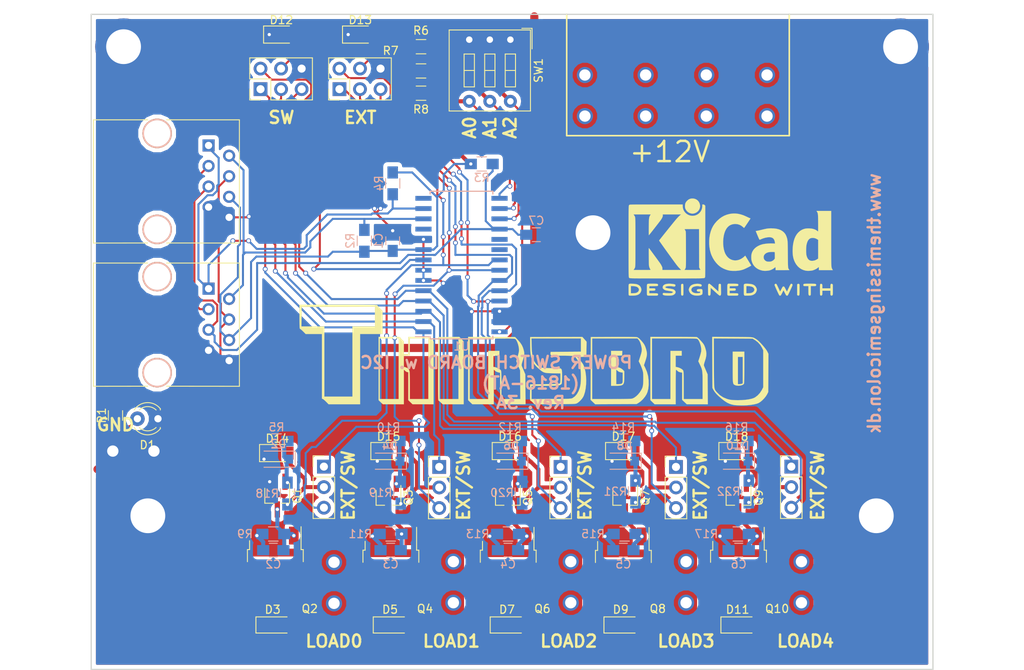
<source format=kicad_pcb>
(kicad_pcb (version 20171130) (host pcbnew "(5.0.0-rc2-dev-340-g7483a73a5)")
  (layers (0 F.Cu signal) (31 B.Cu signal) (34 B.Paste user) (35 F.Paste user) (36 B.SilkS user) (37 F.SilkS user) (38 B.Mask user) (39 F.Mask user) (44 Edge.Cuts user))
  (net 0 "")
  (net 1 GND)
  (net 2 +12V)
  (net 3 VCC)
  (net 4 "Net-(C2-Pad2)")
  (net 5 "Net-(C3-Pad2)")
  (net 6 "Net-(C4-Pad2)")
  (net 7 "Net-(C5-Pad2)")
  (net 8 "Net-(C6-Pad2)")
  (net 9 "Net-(D1-Pad2)")
  (net 10 /EXT0)
  (net 11 /EXT1)
  (net 12 /EXT2)
  (net 13 /EXT3)
  (net 14 /EXT4)
  (net 15 /SDA)
  (net 16 /SCL)
  (net 17 /STATUS)
  (net 18 /~RESET)
  (net 19 "Net-(R6-Pad2)")
  (net 20 "Net-(R7-Pad2)")
  (net 21 "Net-(R8-Pad2)")
  (net 22 /CS)
  (net 23 "Net-(U1-Pad19)")
  (net 24 "Net-(U1-Pad20)")
  (net 25 "Net-(D2-Pad1)")
  (net 26 "Net-(D4-Pad1)")
  (net 27 "Net-(D6-Pad1)")
  (net 28 "Net-(D8-Pad1)")
  (net 29 "Net-(D10-Pad1)")
  (net 30 /SW0)
  (net 31 /SW3)
  (net 32 /SW1)
  (net 33 /SW4)
  (net 34 /SW2)
  (net 35 "Net-(D3-Pad2)")
  (net 36 "Net-(D5-Pad2)")
  (net 37 "Net-(D7-Pad2)")
  (net 38 "Net-(D9-Pad2)")
  (net 39 "Net-(D11-Pad2)")
  (net 40 "Net-(D12-Pad2)")
  (net 41 "Net-(D13-Pad2)")
  (net 42 "Net-(D14-Pad2)")
  (net 43 "Net-(D15-Pad2)")
  (net 44 "Net-(D16-Pad2)")
  (net 45 "Net-(D17-Pad2)")
  (net 46 "Net-(D18-Pad2)")
  (module Mounting_Holes:MountingHole_4.3mm_M4_ISO14580_Pad (layer F.Cu) (at 177.824 102.692)
    (fp_text reference REF** hide)
    (fp_text value MountingHole_4.3mm_M4_ISO14580_Pad)
    (pad 1 thru_hole circle (at 0 0) (size 7 7) (drill 4.3) (layers *.Cu *.Mask) (net 1 GND))
  )
  (module Mounting_Holes:MountingHole_4.3mm_M4_ISO14580_Pad (layer F.Cu) (at 212.824 137.692)
    (fp_text reference REF** hide)
    (fp_text value MountingHole_4.3mm_M4_ISO14580_Pad)
    (pad 1 thru_hole circle (at 0 0) (size 7 7) (drill 4.3) (layers *.Cu *.Mask) (net 1 GND))
  )
  (module Mounting_Holes:MountingHole_4.3mm_M4_ISO14580_Pad (layer F.Cu) (at 122.824 137.692)
    (fp_text reference REF** hide)
    (fp_text value MountingHole_4.3mm_M4_ISO14580_Pad)
    (pad 1 thru_hole circle (at 0 0) (size 7 7) (drill 4.3) (layers *.Cu *.Mask) (net 1 GND))
  )
  (module Mounting_Holes:MountingHole_4.3mm_M4_ISO14580_Pad (layer F.Cu) (at 119.824 79.692)
    (fp_text reference REF** hide)
    (fp_text value MountingHole_4.3mm_M4_ISO14580_Pad)
    (pad 1 thru_hole circle (at 0 0) (size 7 7) (drill 4.3) (layers *.Cu *.Mask) (net 1 GND))
  )
  (module "PWR CTRL BRD - Kopi - Kopi:test" (layer F.Cu) (at 171.024 118.692)
    (fp_text reference G*** hide)
    (fp_text value LOGO hide)
  )
  (module Connect:RJ45_8 (layer F.Cu) (at 130.324 109.612 270)
    (fp_text reference J10 hide)
    (fp_text value CTRL_IN1)
    (pad Hole np_thru_hole circle (at 10.38 6.35 270) (size 3.65 3.65) (drill 3.25) (layers *.Cu *.SilkS *.Mask))
    (pad Hole np_thru_hole circle (at -1.49 6.35 270) (size 3.65 3.65) (drill 3.25) (layers *.Cu *.SilkS *.Mask))
    (pad 1 thru_hole rect (at 0 0 270) (size 1.5 1.5) (drill 0.9) (layers *.Cu *.Mask) (net 15 /SDA))
    (pad 2 thru_hole circle (at 1.27 -2.54 270) (size 1.5 1.5) (drill 0.9) (layers *.Cu *.Mask) (net 16 /SCL))
    (pad 3 thru_hole circle (at 2.54 0 270) (size 1.5 1.5) (drill 0.9) (layers *.Cu *.Mask) (net 22 /CS))
    (pad 4 thru_hole circle (at 3.81 -2.54 270) (size 1.5 1.5) (drill 0.9) (layers *.Cu *.Mask) (net 17 /STATUS))
    (pad 5 thru_hole circle (at 5.08 0 270) (size 1.5 1.5) (drill 0.9) (layers *.Cu *.Mask) (net 18 /~RESET))
    (pad 6 thru_hole circle (at 6.35 -2.54 270) (size 1.5 1.5) (drill 0.9) (layers *.Cu *.Mask) (net 3 VCC))
    (pad 7 thru_hole circle (at 7.62 0 270) (size 1.5 1.5) (drill 0.9) (layers *.Cu *.Mask) (net 1 GND))
    (pad 8 thru_hole circle (at 8.89 -2.54 270) (size 1.5 1.5) (drill 0.9) (layers *.Cu *.Mask) (net 1 GND))
  )
  (module Capacitors_SMD:C_0805_HandSoldering (layer B.Cu) (at 153.074 103.692 270)
    (fp_text reference C1 (at 0 1.75 270) (layer B.SilkS) (effects (justify mirror)))
    (fp_text value 10uF)
    (pad 1 smd rect (at -1.25 0 270) (size 1.5 1.25) (layers B.Cu B.Paste B.Mask) (net 1 GND))
    (pad 2 smd rect (at 1.25 0 270) (size 1.5 1.25) (layers B.Cu B.Paste B.Mask) (net 3 VCC))
  )
  (module Capacitors_SMD:C_0805_HandSoldering (layer B.Cu) (at 138.324 141.942)
    (fp_text reference C2 (at 0 1.75) (layer B.SilkS) (effects (justify mirror)))
    (fp_text value 10uF)
    (pad 1 smd rect (at -1.25 0) (size 1.5 1.25) (layers B.Cu B.Paste B.Mask) (net 2 +12V))
    (pad 2 smd rect (at 1.25 0) (size 1.5 1.25) (layers B.Cu B.Paste B.Mask) (net 4 "Net-(C2-Pad2)"))
  )
  (module Capacitors_SMD:C_0805_HandSoldering (layer B.Cu) (at 152.824 141.942)
    (fp_text reference C3 (at 0 1.75) (layer B.SilkS) (effects (justify mirror)))
    (fp_text value 10uF)
    (pad 1 smd rect (at -1.25 0) (size 1.5 1.25) (layers B.Cu B.Paste B.Mask) (net 2 +12V))
    (pad 2 smd rect (at 1.25 0) (size 1.5 1.25) (layers B.Cu B.Paste B.Mask) (net 5 "Net-(C3-Pad2)"))
  )
  (module Capacitors_SMD:C_0805_HandSoldering (layer B.Cu) (at 167.324 141.942)
    (fp_text reference C4 (at 0 1.75) (layer B.SilkS) (effects (justify mirror)))
    (fp_text value 10uF)
    (pad 1 smd rect (at -1.25 0) (size 1.5 1.25) (layers B.Cu B.Paste B.Mask) (net 2 +12V))
    (pad 2 smd rect (at 1.25 0) (size 1.5 1.25) (layers B.Cu B.Paste B.Mask) (net 6 "Net-(C4-Pad2)"))
  )
  (module Capacitors_SMD:C_0805_HandSoldering (layer B.Cu) (at 181.574 141.942)
    (fp_text reference C5 (at 0 1.75) (layer B.SilkS) (effects (justify mirror)))
    (fp_text value 10uF)
    (pad 1 smd rect (at -1.25 0) (size 1.5 1.25) (layers B.Cu B.Paste B.Mask) (net 2 +12V))
    (pad 2 smd rect (at 1.25 0) (size 1.5 1.25) (layers B.Cu B.Paste B.Mask) (net 7 "Net-(C5-Pad2)"))
  )
  (module Capacitors_SMD:C_0805_HandSoldering (layer B.Cu) (at 195.824 141.942)
    (fp_text reference C6 (at 0 1.75) (layer B.SilkS) (effects (justify mirror)))
    (fp_text value 10uF)
    (pad 1 smd rect (at -1.25 0) (size 1.5 1.25) (layers B.Cu B.Paste B.Mask) (net 2 +12V))
    (pad 2 smd rect (at 1.25 0) (size 1.5 1.25) (layers B.Cu B.Paste B.Mask) (net 8 "Net-(C6-Pad2)"))
  )
  (module athir:FASTON63951-1 (layer F.Cu) (at 123.574 129.692 180)
    (fp_text reference J1 hide)
    (fp_text value Screw_Terminal_01x01)
    (pad 1 thru_hole circle (at 0 0 180) (size 2 2) (drill 1.4) (layers *.Cu *.Mask) (net 1 GND))
    (pad 1 thru_hole circle (at 5.08 0 180) (size 2 2) (drill 1.4) (layers *.Cu *.Mask) (net 1 GND))
  )
  (module athir:FASTON63951-1 (layer F.Cu) (at 176.824 88.272 90)
    (fp_text reference J5 hide)
    (fp_text value Screw_Terminal_01x01)
    (pad 1 thru_hole circle (at 0 0 90) (size 2 2) (drill 1.4) (layers *.Cu *.Mask) (net 2 +12V))
    (pad 1 thru_hole circle (at 5.08 0 90) (size 2 2) (drill 1.4) (layers *.Cu *.Mask) (net 2 +12V))
  )
  (module athir:FASTON63951-1 (layer F.Cu) (at 184.324 88.272 90)
    (fp_text reference J6 hide)
    (fp_text value Screw_Terminal_01x01)
    (pad 1 thru_hole circle (at 0 0 90) (size 2 2) (drill 1.4) (layers *.Cu *.Mask) (net 2 +12V))
    (pad 1 thru_hole circle (at 5.08 0 90) (size 2 2) (drill 1.4) (layers *.Cu *.Mask) (net 2 +12V))
  )
  (module athir:FASTON63951-1 (layer F.Cu) (at 191.824 88.272 90)
    (fp_text reference J7 hide)
    (fp_text value Screw_Terminal_01x01)
    (pad 1 thru_hole circle (at 0 0 90) (size 2 2) (drill 1.4) (layers *.Cu *.Mask) (net 2 +12V))
    (pad 1 thru_hole circle (at 5.08 0 90) (size 2 2) (drill 1.4) (layers *.Cu *.Mask) (net 2 +12V))
  )
  (module athir:FASTON63951-1 (layer F.Cu) (at 199.324 88.272 90)
    (fp_text reference J8 hide)
    (fp_text value Screw_Terminal_01x01)
    (pad 1 thru_hole circle (at 0 0 90) (size 2 2) (drill 1.4) (layers *.Cu *.Mask) (net 2 +12V))
    (pad 1 thru_hole circle (at 5.08 0 90) (size 2 2) (drill 1.4) (layers *.Cu *.Mask) (net 2 +12V))
  )
  (module athir:FASTON63951-1 (layer F.Cu) (at 145.824 143.442 270)
    (fp_text reference J9 hide)
    (fp_text value LOAD0)
    (pad 1 thru_hole circle (at 0 0 270) (size 2 2) (drill 1.4) (layers *.Cu *.Mask) (net 35 "Net-(D3-Pad2)"))
    (pad 1 thru_hole circle (at 5.08 0 270) (size 2 2) (drill 1.4) (layers *.Cu *.Mask) (net 35 "Net-(D3-Pad2)"))
  )
  (module Connect:RJ45_8 (layer F.Cu) (at 130.324 91.902 270)
    (fp_text reference J11 hide)
    (fp_text value CTRL0)
    (pad Hole np_thru_hole circle (at 10.38 6.35 270) (size 3.65 3.65) (drill 3.25) (layers *.Cu *.SilkS *.Mask))
    (pad Hole np_thru_hole circle (at -1.49 6.35 270) (size 3.65 3.65) (drill 3.25) (layers *.Cu *.SilkS *.Mask))
    (pad 1 thru_hole rect (at 0 0 270) (size 1.5 1.5) (drill 0.9) (layers *.Cu *.Mask) (net 15 /SDA))
    (pad 2 thru_hole circle (at 1.27 -2.54 270) (size 1.5 1.5) (drill 0.9) (layers *.Cu *.Mask) (net 16 /SCL))
    (pad 3 thru_hole circle (at 2.54 0 270) (size 1.5 1.5) (drill 0.9) (layers *.Cu *.Mask) (net 22 /CS))
    (pad 4 thru_hole circle (at 3.81 -2.54 270) (size 1.5 1.5) (drill 0.9) (layers *.Cu *.Mask) (net 17 /STATUS))
    (pad 5 thru_hole circle (at 5.08 0 270) (size 1.5 1.5) (drill 0.9) (layers *.Cu *.Mask) (net 18 /~RESET))
    (pad 6 thru_hole circle (at 6.35 -2.54 270) (size 1.5 1.5) (drill 0.9) (layers *.Cu *.Mask) (net 3 VCC))
    (pad 7 thru_hole circle (at 7.62 0 270) (size 1.5 1.5) (drill 0.9) (layers *.Cu *.Mask) (net 1 GND))
    (pad 8 thru_hole circle (at 8.89 -2.54 270) (size 1.5 1.5) (drill 0.9) (layers *.Cu *.Mask) (net 1 GND))
  )
  (module athir:FASTON63951-1 (layer F.Cu) (at 160.574 143.362 270)
    (fp_text reference J12 hide)
    (fp_text value LOAD1)
    (pad 1 thru_hole circle (at 0 0 270) (size 2 2) (drill 1.4) (layers *.Cu *.Mask) (net 36 "Net-(D5-Pad2)"))
    (pad 1 thru_hole circle (at 5.08 0 270) (size 2 2) (drill 1.4) (layers *.Cu *.Mask) (net 36 "Net-(D5-Pad2)"))
  )
  (module athir:FASTON63951-1 (layer F.Cu) (at 175.074 143.362 270)
    (fp_text reference J13 hide)
    (fp_text value LOAD2)
    (pad 1 thru_hole circle (at 0 0 270) (size 2 2) (drill 1.4) (layers *.Cu *.Mask) (net 37 "Net-(D7-Pad2)"))
    (pad 1 thru_hole circle (at 5.08 0 270) (size 2 2) (drill 1.4) (layers *.Cu *.Mask) (net 37 "Net-(D7-Pad2)"))
  )
  (module athir:FASTON63951-1 (layer F.Cu) (at 189.324 143.362 270)
    (fp_text reference J14 hide)
    (fp_text value LOAD3)
    (pad 1 thru_hole circle (at 0 0 270) (size 2 2) (drill 1.4) (layers *.Cu *.Mask) (net 38 "Net-(D9-Pad2)"))
    (pad 1 thru_hole circle (at 5.08 0 270) (size 2 2) (drill 1.4) (layers *.Cu *.Mask) (net 38 "Net-(D9-Pad2)"))
  )
  (module athir:FASTON63951-1 (layer F.Cu) (at 203.574 143.362 270)
    (fp_text reference J15 hide)
    (fp_text value LOAD4)
    (pad 1 thru_hole circle (at 0 0 270) (size 2 2) (drill 1.4) (layers *.Cu *.Mask) (net 39 "Net-(D11-Pad2)"))
    (pad 1 thru_hole circle (at 5.08 0 270) (size 2 2) (drill 1.4) (layers *.Cu *.Mask) (net 39 "Net-(D11-Pad2)"))
  )
  (module TO_SOT_Packages_SMD:TO-252-2 (layer F.Cu) (at 138.574 144.342 270)
    (fp_text reference Q2 (at 4.85 -4.25) (layer F.SilkS))
    (fp_text value TP0610T)
    (pad 1 smd rect (at -4.2 -2.28 270) (size 2.2 1.2) (layers F.Cu F.Paste F.Mask) (net 4 "Net-(C2-Pad2)"))
    (pad 3 smd rect (at -4.2 2.28 270) (size 2.2 1.2) (layers F.Cu F.Paste F.Mask) (net 2 +12V))
    (pad 2 smd rect (at 2.1 0 270) (size 6.4 5.8) (layers F.Cu F.Mask) (net 35 "Net-(D3-Pad2)"))
    (pad 2 smd rect (at 3.775 1.525 270) (size 3.05 2.75) (layers F.Cu F.Paste) (net 35 "Net-(D3-Pad2)"))
    (pad 2 smd rect (at 0.425 -1.525 270) (size 3.05 2.75) (layers F.Cu F.Paste) (net 35 "Net-(D3-Pad2)"))
    (pad 2 smd rect (at 3.775 -1.525 270) (size 3.05 2.75) (layers F.Cu F.Paste) (net 35 "Net-(D3-Pad2)"))
    (pad 2 smd rect (at 0.425 1.525 270) (size 3.05 2.75) (layers F.Cu F.Paste) (net 35 "Net-(D3-Pad2)"))
  )
  (module TO_SOT_Packages_SMD:TO-252-2 (layer F.Cu) (at 152.849 144.417 270)
    (fp_text reference Q4 (at 4.775 -4.225) (layer F.SilkS))
    (fp_text value TP0610T)
    (pad 1 smd rect (at -4.2 -2.28 270) (size 2.2 1.2) (layers F.Cu F.Paste F.Mask) (net 5 "Net-(C3-Pad2)"))
    (pad 3 smd rect (at -4.2 2.28 270) (size 2.2 1.2) (layers F.Cu F.Paste F.Mask) (net 2 +12V))
    (pad 2 smd rect (at 2.1 0 270) (size 6.4 5.8) (layers F.Cu F.Mask) (net 36 "Net-(D5-Pad2)"))
    (pad 2 smd rect (at 3.775 1.525 270) (size 3.05 2.75) (layers F.Cu F.Paste) (net 36 "Net-(D5-Pad2)"))
    (pad 2 smd rect (at 0.425 -1.525 270) (size 3.05 2.75) (layers F.Cu F.Paste) (net 36 "Net-(D5-Pad2)"))
    (pad 2 smd rect (at 3.775 -1.525 270) (size 3.05 2.75) (layers F.Cu F.Paste) (net 36 "Net-(D5-Pad2)"))
    (pad 2 smd rect (at 0.425 1.525 270) (size 3.05 2.75) (layers F.Cu F.Paste) (net 36 "Net-(D5-Pad2)"))
  )
  (module TO_SOT_Packages_SMD:TO-252-2 (layer F.Cu) (at 167.349 144.417 270)
    (fp_text reference Q6 (at 4.775 -4.225) (layer F.SilkS))
    (fp_text value TP0610T)
    (pad 1 smd rect (at -4.2 -2.28 270) (size 2.2 1.2) (layers F.Cu F.Paste F.Mask) (net 6 "Net-(C4-Pad2)"))
    (pad 3 smd rect (at -4.2 2.28 270) (size 2.2 1.2) (layers F.Cu F.Paste F.Mask) (net 2 +12V))
    (pad 2 smd rect (at 2.1 0 270) (size 6.4 5.8) (layers F.Cu F.Mask) (net 37 "Net-(D7-Pad2)"))
    (pad 2 smd rect (at 3.775 1.525 270) (size 3.05 2.75) (layers F.Cu F.Paste) (net 37 "Net-(D7-Pad2)"))
    (pad 2 smd rect (at 0.425 -1.525 270) (size 3.05 2.75) (layers F.Cu F.Paste) (net 37 "Net-(D7-Pad2)"))
    (pad 2 smd rect (at 3.775 -1.525 270) (size 3.05 2.75) (layers F.Cu F.Paste) (net 37 "Net-(D7-Pad2)"))
    (pad 2 smd rect (at 0.425 1.525 270) (size 3.05 2.75) (layers F.Cu F.Paste) (net 37 "Net-(D7-Pad2)"))
  )
  (module TO_SOT_Packages_SMD:TO-252-2 (layer F.Cu) (at 181.574 144.442 270)
    (fp_text reference Q8 (at 4.75 -4.25) (layer F.SilkS))
    (fp_text value TP0610T)
    (pad 1 smd rect (at -4.2 -2.28 270) (size 2.2 1.2) (layers F.Cu F.Paste F.Mask) (net 7 "Net-(C5-Pad2)"))
    (pad 3 smd rect (at -4.2 2.28 270) (size 2.2 1.2) (layers F.Cu F.Paste F.Mask) (net 2 +12V))
    (pad 2 smd rect (at 2.1 0 270) (size 6.4 5.8) (layers F.Cu F.Mask) (net 38 "Net-(D9-Pad2)"))
    (pad 2 smd rect (at 3.775 1.525 270) (size 3.05 2.75) (layers F.Cu F.Paste) (net 38 "Net-(D9-Pad2)"))
    (pad 2 smd rect (at 0.425 -1.525 270) (size 3.05 2.75) (layers F.Cu F.Paste) (net 38 "Net-(D9-Pad2)"))
    (pad 2 smd rect (at 3.775 -1.525 270) (size 3.05 2.75) (layers F.Cu F.Paste) (net 38 "Net-(D9-Pad2)"))
    (pad 2 smd rect (at 0.425 1.525 270) (size 3.05 2.75) (layers F.Cu F.Paste) (net 38 "Net-(D9-Pad2)"))
  )
  (module TO_SOT_Packages_SMD:TO-252-2 (layer F.Cu) (at 195.799 144.417 270)
    (fp_text reference Q10 (at 4.775 -4.775) (layer F.SilkS))
    (fp_text value TP0610T)
    (pad 1 smd rect (at -4.2 -2.28 270) (size 2.2 1.2) (layers F.Cu F.Paste F.Mask) (net 8 "Net-(C6-Pad2)"))
    (pad 3 smd rect (at -4.2 2.28 270) (size 2.2 1.2) (layers F.Cu F.Paste F.Mask) (net 2 +12V))
    (pad 2 smd rect (at 2.1 0 270) (size 6.4 5.8) (layers F.Cu F.Mask) (net 39 "Net-(D11-Pad2)"))
    (pad 2 smd rect (at 3.775 1.525 270) (size 3.05 2.75) (layers F.Cu F.Paste) (net 39 "Net-(D11-Pad2)"))
    (pad 2 smd rect (at 0.425 -1.525 270) (size 3.05 2.75) (layers F.Cu F.Paste) (net 39 "Net-(D11-Pad2)"))
    (pad 2 smd rect (at 3.775 -1.525 270) (size 3.05 2.75) (layers F.Cu F.Paste) (net 39 "Net-(D11-Pad2)"))
    (pad 2 smd rect (at 0.425 1.525 270) (size 3.05 2.75) (layers F.Cu F.Paste) (net 39 "Net-(D11-Pad2)"))
  )
  (module Resistors_SMD:R_0805_HandSoldering (layer F.Cu) (at 118.824 125.292 90)
    (fp_text reference R1 (at 0 -1.7 90) (layer F.SilkS))
    (fp_text value R_LED)
    (pad 1 smd rect (at -1.35 0 90) (size 1.5 1.3) (layers F.Cu F.Paste F.Mask) (net 9 "Net-(D1-Pad2)"))
    (pad 2 smd rect (at 1.35 0 90) (size 1.5 1.3) (layers F.Cu F.Paste F.Mask) (net 17 /STATUS))
  )
  (module Resistors_SMD:R_0805_HandSoldering (layer B.Cu) (at 149.574 103.692 90)
    (fp_text reference R2 (at 0 -1.75 90) (layer B.SilkS) (effects (justify mirror)))
    (fp_text value 10kohm)
    (pad 1 smd rect (at -1.35 0 90) (size 1.5 1.3) (layers B.Cu B.Paste B.Mask) (net 3 VCC))
    (pad 2 smd rect (at 1.35 0 90) (size 1.5 1.3) (layers B.Cu B.Paste B.Mask) (net 16 /SCL))
  )
  (module Resistors_SMD:R_0805_HandSoldering (layer B.Cu) (at 164.074 94.192)
    (fp_text reference R3 (at 0 1.7) (layer B.SilkS) (effects (justify mirror)))
    (fp_text value 10kohm)
    (pad 1 smd rect (at -1.35 0) (size 1.5 1.3) (layers B.Cu B.Paste B.Mask) (net 3 VCC))
    (pad 2 smd rect (at 1.35 0) (size 1.5 1.3) (layers B.Cu B.Paste B.Mask) (net 18 /~RESET))
  )
  (module Resistors_SMD:R_0805_HandSoldering (layer B.Cu) (at 153.074 96.592 270)
    (fp_text reference R4 (at 0 1.7 270) (layer B.SilkS) (effects (justify mirror)))
    (fp_text value 10kohm)
    (pad 1 smd rect (at -1.35 0 270) (size 1.5 1.3) (layers B.Cu B.Paste B.Mask) (net 3 VCC))
    (pad 2 smd rect (at 1.35 0 270) (size 1.5 1.3) (layers B.Cu B.Paste B.Mask) (net 15 /SDA))
  )
  (module Resistors_SMD:R_0805_HandSoldering (layer B.Cu) (at 138.724 128.442 180)
    (fp_text reference R5 (at 0 1.7 180) (layer B.SilkS) (effects (justify mirror)))
    (fp_text value 10kohm)
    (pad 1 smd rect (at -1.35 0 180) (size 1.5 1.3) (layers B.Cu B.Paste B.Mask) (net 25 "Net-(D2-Pad1)"))
    (pad 2 smd rect (at 1.35 0 180) (size 1.5 1.3) (layers B.Cu B.Paste B.Mask) (net 1 GND))
  )
  (module Resistors_SMD:R_0805_HandSoldering (layer F.Cu) (at 156.574 79.692)
    (fp_text reference R6 (at 0 -2) (layer F.SilkS))
    (fp_text value 10kohm)
    (pad 1 smd rect (at -1.35 0) (size 1.5 1.3) (layers F.Cu F.Paste F.Mask) (net 3 VCC))
    (pad 2 smd rect (at 1.35 0) (size 1.5 1.3) (layers F.Cu F.Paste F.Mask) (net 19 "Net-(R6-Pad2)"))
  )
  (module Resistors_SMD:R_0805_HandSoldering (layer F.Cu) (at 156.574 82.692)
    (fp_text reference R7 (at -3.75 -2.5) (layer F.SilkS))
    (fp_text value 10kohm)
    (pad 1 smd rect (at -1.35 0) (size 1.5 1.3) (layers F.Cu F.Paste F.Mask) (net 3 VCC))
    (pad 2 smd rect (at 1.35 0) (size 1.5 1.3) (layers F.Cu F.Paste F.Mask) (net 20 "Net-(R7-Pad2)"))
  )
  (module Resistors_SMD:R_0805_HandSoldering (layer F.Cu) (at 156.574 85.442)
    (fp_text reference R8 (at 0 2) (layer F.SilkS))
    (fp_text value 10kohm)
    (pad 1 smd rect (at -1.35 0) (size 1.5 1.3) (layers F.Cu F.Paste F.Mask) (net 3 VCC))
    (pad 2 smd rect (at 1.35 0) (size 1.5 1.3) (layers F.Cu F.Paste F.Mask) (net 21 "Net-(R8-Pad2)"))
  )
  (module Resistors_SMD:R_0805_HandSoldering (layer B.Cu) (at 138.324 139.942)
    (fp_text reference R9 (at -3.5 0) (layer B.SilkS) (effects (justify mirror)))
    (fp_text value 10kohm)
    (pad 1 smd rect (at -1.35 0) (size 1.5 1.3) (layers B.Cu B.Paste B.Mask) (net 2 +12V))
    (pad 2 smd rect (at 1.35 0) (size 1.5 1.3) (layers B.Cu B.Paste B.Mask) (net 4 "Net-(C2-Pad2)"))
  )
  (module Resistors_SMD:R_0805_HandSoldering (layer B.Cu) (at 152.574 128.442 180)
    (fp_text reference R10 (at 0 1.7 180) (layer B.SilkS) (effects (justify mirror)))
    (fp_text value 10kohm)
    (pad 1 smd rect (at -1.35 0 180) (size 1.5 1.3) (layers B.Cu B.Paste B.Mask) (net 26 "Net-(D4-Pad1)"))
    (pad 2 smd rect (at 1.35 0 180) (size 1.5 1.3) (layers B.Cu B.Paste B.Mask) (net 1 GND))
  )
  (module Resistors_SMD:R_0805_HandSoldering (layer B.Cu) (at 152.824 139.942)
    (fp_text reference R11 (at -3.75 0) (layer B.SilkS) (effects (justify mirror)))
    (fp_text value 10kohm)
    (pad 1 smd rect (at -1.35 0) (size 1.5 1.3) (layers B.Cu B.Paste B.Mask) (net 2 +12V))
    (pad 2 smd rect (at 1.35 0) (size 1.5 1.3) (layers B.Cu B.Paste B.Mask) (net 5 "Net-(C3-Pad2)"))
  )
  (module Resistors_SMD:R_0805_HandSoldering (layer B.Cu) (at 167.574 128.442 180)
    (fp_text reference R12 (at 0 1.7 180) (layer B.SilkS) (effects (justify mirror)))
    (fp_text value 10kohm)
    (pad 1 smd rect (at -1.35 0 180) (size 1.5 1.3) (layers B.Cu B.Paste B.Mask) (net 27 "Net-(D6-Pad1)"))
    (pad 2 smd rect (at 1.35 0 180) (size 1.5 1.3) (layers B.Cu B.Paste B.Mask) (net 1 GND))
  )
  (module Resistors_SMD:R_0805_HandSoldering (layer B.Cu) (at 167.324 139.942)
    (fp_text reference R13 (at -3.75 0) (layer B.SilkS) (effects (justify mirror)))
    (fp_text value 10kohm)
    (pad 1 smd rect (at -1.35 0) (size 1.5 1.3) (layers B.Cu B.Paste B.Mask) (net 2 +12V))
    (pad 2 smd rect (at 1.35 0) (size 1.5 1.3) (layers B.Cu B.Paste B.Mask) (net 6 "Net-(C4-Pad2)"))
  )
  (module Resistors_SMD:R_0805_HandSoldering (layer B.Cu) (at 181.574 128.442 180)
    (fp_text reference R14 (at 0 1.7 180) (layer B.SilkS) (effects (justify mirror)))
    (fp_text value 10kohm)
    (pad 1 smd rect (at -1.35 0 180) (size 1.5 1.3) (layers B.Cu B.Paste B.Mask) (net 28 "Net-(D8-Pad1)"))
    (pad 2 smd rect (at 1.35 0 180) (size 1.5 1.3) (layers B.Cu B.Paste B.Mask) (net 1 GND))
  )
  (module Resistors_SMD:R_0805_HandSoldering (layer B.Cu) (at 181.724 139.942)
    (fp_text reference R15 (at -3.9 0) (layer B.SilkS) (effects (justify mirror)))
    (fp_text value 10kohm)
    (pad 1 smd rect (at -1.35 0) (size 1.5 1.3) (layers B.Cu B.Paste B.Mask) (net 2 +12V))
    (pad 2 smd rect (at 1.35 0) (size 1.5 1.3) (layers B.Cu B.Paste B.Mask) (net 7 "Net-(C5-Pad2)"))
  )
  (module Resistors_SMD:R_0805_HandSoldering (layer B.Cu) (at 195.574 128.442 180)
    (fp_text reference R16 (at 0 1.7 180) (layer B.SilkS) (effects (justify mirror)))
    (fp_text value 10kohm)
    (pad 1 smd rect (at -1.35 0 180) (size 1.5 1.3) (layers B.Cu B.Paste B.Mask) (net 29 "Net-(D10-Pad1)"))
    (pad 2 smd rect (at 1.35 0 180) (size 1.5 1.3) (layers B.Cu B.Paste B.Mask) (net 1 GND))
  )
  (module Resistors_SMD:R_0805_HandSoldering (layer B.Cu) (at 195.724 139.942)
    (fp_text reference R17 (at -3.9 0) (layer B.SilkS) (effects (justify mirror)))
    (fp_text value 10kohm)
    (pad 1 smd rect (at -1.35 0) (size 1.5 1.3) (layers B.Cu B.Paste B.Mask) (net 2 +12V))
    (pad 2 smd rect (at 1.35 0) (size 1.5 1.3) (layers B.Cu B.Paste B.Mask) (net 8 "Net-(C6-Pad2)"))
  )
  (module Buttons_Switches_ThroughHole:SW_DIP_x3_W7.62mm_Slide (layer F.Cu) (at 167.614 78.822 270)
    (fp_text reference SW1 (at 3.81 -3.48 270) (layer F.SilkS))
    (fp_text value SW_DIP_x03)
    (pad 1 thru_hole rect (at 0 0 270) (size 1.6 1.6) (drill 0.8) (layers *.Cu *.Mask) (net 1 GND))
    (pad 4 thru_hole oval (at 7.62 5.08 270) (size 1.6 1.6) (drill 0.8) (layers *.Cu *.Mask) (net 21 "Net-(R8-Pad2)"))
    (pad 2 thru_hole oval (at 0 2.54 270) (size 1.6 1.6) (drill 0.8) (layers *.Cu *.Mask) (net 1 GND))
    (pad 5 thru_hole oval (at 7.62 2.54 270) (size 1.6 1.6) (drill 0.8) (layers *.Cu *.Mask) (net 20 "Net-(R7-Pad2)"))
    (pad 3 thru_hole oval (at 0 5.08 270) (size 1.6 1.6) (drill 0.8) (layers *.Cu *.Mask) (net 1 GND))
    (pad 6 thru_hole oval (at 7.62 0 270) (size 1.6 1.6) (drill 0.8) (layers *.Cu *.Mask) (net 19 "Net-(R6-Pad2)"))
  )
  (module Housings_SOIC:SOIC-28W_7.5x17.9mm_Pitch1.27mm (layer B.Cu) (at 161.574 106.692)
    (fp_text reference U1 (at 0 10.05) (layer B.SilkS) (effects (justify mirror)))
    (fp_text value MCP23017)
    (pad 1 smd rect (at -4.7 8.255) (size 2 0.6) (layers B.Cu B.Paste B.Mask) (net 30 /SW0))
    (pad 2 smd rect (at -4.7 6.985) (size 2 0.6) (layers B.Cu B.Paste B.Mask) (net 32 /SW1))
    (pad 3 smd rect (at -4.7 5.715) (size 2 0.6) (layers B.Cu B.Paste B.Mask) (net 34 /SW2))
    (pad 4 smd rect (at -4.7 4.445) (size 2 0.6) (layers B.Cu B.Paste B.Mask) (net 31 /SW3))
    (pad 5 smd rect (at -4.7 3.175) (size 2 0.6) (layers B.Cu B.Paste B.Mask) (net 33 /SW4))
    (pad 6 smd rect (at -4.7 1.905) (size 2 0.6) (layers B.Cu B.Paste B.Mask) (net 1 GND))
    (pad 7 smd rect (at -4.7 0.635) (size 2 0.6) (layers B.Cu B.Paste B.Mask) (net 1 GND))
    (pad 8 smd rect (at -4.7 -0.635) (size 2 0.6) (layers B.Cu B.Paste B.Mask) (net 40 "Net-(D12-Pad2)"))
    (pad 9 smd rect (at -4.7 -1.905) (size 2 0.6) (layers B.Cu B.Paste B.Mask) (net 3 VCC))
    (pad 10 smd rect (at -4.7 -3.175) (size 2 0.6) (layers B.Cu B.Paste B.Mask) (net 1 GND))
    (pad 11 smd rect (at -4.7 -4.445) (size 2 0.6) (layers B.Cu B.Paste B.Mask))
    (pad 12 smd rect (at -4.7 -5.715) (size 2 0.6) (layers B.Cu B.Paste B.Mask) (net 16 /SCL))
    (pad 13 smd rect (at -4.7 -6.985) (size 2 0.6) (layers B.Cu B.Paste B.Mask) (net 15 /SDA))
    (pad 14 smd rect (at -4.7 -8.255) (size 2 0.6) (layers B.Cu B.Paste B.Mask))
    (pad 15 smd rect (at 4.7 -8.255) (size 2 0.6) (layers B.Cu B.Paste B.Mask) (net 21 "Net-(R8-Pad2)"))
    (pad 16 smd rect (at 4.7 -6.985) (size 2 0.6) (layers B.Cu B.Paste B.Mask) (net 20 "Net-(R7-Pad2)"))
    (pad 17 smd rect (at 4.7 -5.715) (size 2 0.6) (layers B.Cu B.Paste B.Mask) (net 19 "Net-(R6-Pad2)"))
    (pad 18 smd rect (at 4.7 -4.445) (size 2 0.6) (layers B.Cu B.Paste B.Mask) (net 18 /~RESET))
    (pad 19 smd rect (at 4.7 -3.175) (size 2 0.6) (layers B.Cu B.Paste B.Mask) (net 23 "Net-(U1-Pad19)"))
    (pad 20 smd rect (at 4.7 -1.905) (size 2 0.6) (layers B.Cu B.Paste B.Mask) (net 24 "Net-(U1-Pad20)"))
    (pad 21 smd rect (at 4.7 -0.635) (size 2 0.6) (layers B.Cu B.Paste B.Mask) (net 10 /EXT0))
    (pad 22 smd rect (at 4.7 0.635) (size 2 0.6) (layers B.Cu B.Paste B.Mask) (net 11 /EXT1))
    (pad 23 smd rect (at 4.7 1.905) (size 2 0.6) (layers B.Cu B.Paste B.Mask) (net 12 /EXT2))
    (pad 24 smd rect (at 4.7 3.175) (size 2 0.6) (layers B.Cu B.Paste B.Mask) (net 13 /EXT3))
    (pad 25 smd rect (at 4.7 4.445) (size 2 0.6) (layers B.Cu B.Paste B.Mask) (net 14 /EXT4))
    (pad 26 smd rect (at 4.7 5.715) (size 2 0.6) (layers B.Cu B.Paste B.Mask) (net 1 GND))
    (pad 27 smd rect (at 4.7 6.985) (size 2 0.6) (layers B.Cu B.Paste B.Mask) (net 1 GND))
    (pad 28 smd rect (at 4.7 8.255) (size 2 0.6) (layers B.Cu B.Paste B.Mask) (net 41 "Net-(D13-Pad2)"))
  )
  (module Pin_Headers:Pin_Header_Straight_2x03_Pitch2.54mm (layer F.Cu) (at 136.744 84.942 90)
    (fp_text reference J16 hide)
    (fp_text value EXT_IN)
    (pad 1 thru_hole rect (at 0 0 90) (size 1.7 1.7) (drill 1) (layers *.Cu *.Mask) (net 30 /SW0))
    (pad 2 thru_hole oval (at 2.54 0 90) (size 1.7 1.7) (drill 1) (layers *.Cu *.Mask) (net 31 /SW3))
    (pad 3 thru_hole oval (at 0 2.54 90) (size 1.7 1.7) (drill 1) (layers *.Cu *.Mask) (net 32 /SW1))
    (pad 4 thru_hole oval (at 2.54 2.54 90) (size 1.7 1.7) (drill 1) (layers *.Cu *.Mask) (net 33 /SW4))
    (pad 5 thru_hole oval (at 0 5.08 90) (size 1.7 1.7) (drill 1) (layers *.Cu *.Mask) (net 34 /SW2))
    (pad 6 thru_hole oval (at 2.54 5.08 90) (size 1.7 1.7) (drill 1) (layers *.Cu *.Mask) (net 1 GND))
  )
  (module Pin_Headers:Pin_Header_Straight_2x03_Pitch2.54mm (layer F.Cu) (at 146.494 84.942 90)
    (fp_text reference J17 hide)
    (fp_text value EXT_OUT)
    (pad 1 thru_hole rect (at 0 0 90) (size 1.7 1.7) (drill 1) (layers *.Cu *.Mask) (net 10 /EXT0))
    (pad 2 thru_hole oval (at 2.54 0 90) (size 1.7 1.7) (drill 1) (layers *.Cu *.Mask) (net 13 /EXT3))
    (pad 3 thru_hole oval (at 0 2.54 90) (size 1.7 1.7) (drill 1) (layers *.Cu *.Mask) (net 11 /EXT1))
    (pad 4 thru_hole oval (at 2.54 2.54 90) (size 1.7 1.7) (drill 1) (layers *.Cu *.Mask) (net 14 /EXT4))
    (pad 5 thru_hole oval (at 0 5.08 90) (size 1.7 1.7) (drill 1) (layers *.Cu *.Mask) (net 12 /EXT2))
    (pad 6 thru_hole oval (at 2.54 5.08 90) (size 1.7 1.7) (drill 1) (layers *.Cu *.Mask) (net 1 GND))
  )
  (module Pin_Headers:Pin_Header_Straight_1x03_Pitch2.54mm (layer F.Cu) (at 144.574 131.612)
    (fp_text reference JP2 hide)
    (fp_text value EXT/SW)
    (pad 1 thru_hole rect (at 0 0) (size 1.7 1.7) (drill 1) (layers *.Cu *.Mask) (net 30 /SW0))
    (pad 2 thru_hole oval (at 0 2.54) (size 1.7 1.7) (drill 1) (layers *.Cu *.Mask) (net 42 "Net-(D14-Pad2)"))
    (pad 3 thru_hole oval (at 0 5.08) (size 1.7 1.7) (drill 1) (layers *.Cu *.Mask) (net 10 /EXT0))
  )
  (module Pin_Headers:Pin_Header_Straight_1x03_Pitch2.54mm (layer F.Cu) (at 158.824 131.652)
    (fp_text reference JP3 hide)
    (fp_text value EXT/SW)
    (pad 1 thru_hole rect (at 0 0) (size 1.7 1.7) (drill 1) (layers *.Cu *.Mask) (net 32 /SW1))
    (pad 2 thru_hole oval (at 0 2.54) (size 1.7 1.7) (drill 1) (layers *.Cu *.Mask) (net 43 "Net-(D15-Pad2)"))
    (pad 3 thru_hole oval (at 0 5.08) (size 1.7 1.7) (drill 1) (layers *.Cu *.Mask) (net 11 /EXT1))
  )
  (module Pin_Headers:Pin_Header_Straight_1x03_Pitch2.54mm (layer F.Cu) (at 173.824 131.652)
    (fp_text reference JP4 hide)
    (fp_text value EXT/SW)
    (pad 1 thru_hole rect (at 0 0) (size 1.7 1.7) (drill 1) (layers *.Cu *.Mask) (net 34 /SW2))
    (pad 2 thru_hole oval (at 0 2.54) (size 1.7 1.7) (drill 1) (layers *.Cu *.Mask) (net 44 "Net-(D16-Pad2)"))
    (pad 3 thru_hole oval (at 0 5.08) (size 1.7 1.7) (drill 1) (layers *.Cu *.Mask) (net 12 /EXT2))
  )
  (module Pin_Headers:Pin_Header_Straight_1x03_Pitch2.54mm (layer F.Cu) (at 188.074 131.652)
    (fp_text reference JP5 hide)
    (fp_text value EXT/SW)
    (pad 1 thru_hole rect (at 0 0) (size 1.7 1.7) (drill 1) (layers *.Cu *.Mask) (net 31 /SW3))
    (pad 2 thru_hole oval (at 0 2.54) (size 1.7 1.7) (drill 1) (layers *.Cu *.Mask) (net 45 "Net-(D17-Pad2)"))
    (pad 3 thru_hole oval (at 0 5.08) (size 1.7 1.7) (drill 1) (layers *.Cu *.Mask) (net 13 /EXT3))
  )
  (module Pin_Headers:Pin_Header_Straight_1x03_Pitch2.54mm (layer F.Cu) (at 202.324 131.612)
    (fp_text reference JP6 hide)
    (fp_text value EXT/SW)
    (pad 1 thru_hole rect (at 0 0) (size 1.7 1.7) (drill 1) (layers *.Cu *.Mask) (net 33 /SW4))
    (pad 2 thru_hole oval (at 0 2.54) (size 1.7 1.7) (drill 1) (layers *.Cu *.Mask) (net 46 "Net-(D18-Pad2)"))
    (pad 3 thru_hole oval (at 0 5.08) (size 1.7 1.7) (drill 1) (layers *.Cu *.Mask) (net 14 /EXT4))
  )
  (module Resistors_SMD:R_0805_HandSoldering (layer B.Cu) (at 140.074 134.942 270)
    (fp_text reference R18 (at 0 2.5 180) (layer B.SilkS) (effects (justify mirror)))
    (fp_text value 200ohm)
    (pad 1 smd rect (at -1.35 0 270) (size 1.5 1.3) (layers B.Cu B.Paste B.Mask) (net 25 "Net-(D2-Pad1)"))
    (pad 2 smd rect (at 1.35 0 270) (size 1.5 1.3) (layers B.Cu B.Paste B.Mask) (net 42 "Net-(D14-Pad2)"))
  )
  (module Resistors_SMD:R_0805_HandSoldering (layer B.Cu) (at 154.074 134.842 270)
    (fp_text reference R19 (at 0 2.5 180) (layer B.SilkS) (effects (justify mirror)))
    (fp_text value 200ohm)
    (pad 1 smd rect (at -1.35 0 270) (size 1.5 1.3) (layers B.Cu B.Paste B.Mask) (net 26 "Net-(D4-Pad1)"))
    (pad 2 smd rect (at 1.35 0 270) (size 1.5 1.3) (layers B.Cu B.Paste B.Mask) (net 43 "Net-(D15-Pad2)"))
  )
  (module Resistors_SMD:R_0805_HandSoldering (layer B.Cu) (at 169.074 134.842 270)
    (fp_text reference R20 (at 0 2.5 180) (layer B.SilkS) (effects (justify mirror)))
    (fp_text value 200ohm)
    (pad 1 smd rect (at -1.35 0 270) (size 1.5 1.3) (layers B.Cu B.Paste B.Mask) (net 27 "Net-(D6-Pad1)"))
    (pad 2 smd rect (at 1.35 0 270) (size 1.5 1.3) (layers B.Cu B.Paste B.Mask) (net 44 "Net-(D16-Pad2)"))
  )
  (module Resistors_SMD:R_0805_HandSoldering (layer B.Cu) (at 183.074 134.692 270)
    (fp_text reference R21 (at 0 2.5 180) (layer B.SilkS) (effects (justify mirror)))
    (fp_text value 200ohm)
    (pad 1 smd rect (at -1.35 0 270) (size 1.5 1.3) (layers B.Cu B.Paste B.Mask) (net 28 "Net-(D8-Pad1)"))
    (pad 2 smd rect (at 1.35 0 270) (size 1.5 1.3) (layers B.Cu B.Paste B.Mask) (net 45 "Net-(D17-Pad2)"))
  )
  (module Resistors_SMD:R_0805_HandSoldering (layer B.Cu) (at 197.074 134.692 270)
    (fp_text reference R22 (at 0 2.5 180) (layer B.SilkS) (effects (justify mirror)))
    (fp_text value 200ohm)
    (pad 1 smd rect (at -1.35 0 270) (size 1.5 1.3) (layers B.Cu B.Paste B.Mask) (net 29 "Net-(D10-Pad1)"))
    (pad 2 smd rect (at 1.35 0 270) (size 1.5 1.3) (layers B.Cu B.Paste B.Mask) (net 46 "Net-(D18-Pad2)"))
  )
  (module Capacitors_SMD:C_0805_HandSoldering (layer B.Cu) (at 170.824 102.942 180)
    (fp_text reference C7 (at 0 1.75 180) (layer B.SilkS) (effects (justify mirror)))
    (fp_text value 10uF)
    (pad 1 smd rect (at -1.25 0 180) (size 1.5 1.25) (layers B.Cu B.Paste B.Mask) (net 1 GND))
    (pad 2 smd rect (at 1.25 0 180) (size 1.5 1.25) (layers B.Cu B.Paste B.Mask) (net 18 /~RESET))
  )
  (module Symbols:KiCad-Logo2_12mm_SilkScreen (layer F.Cu) (at 194.824 104.442)
    (fp_text reference REF*** hide)
    (fp_text value KiCad-Logo2_12mm_SilkScreen hide)
  )
  (module LEDs:LED_D3.0mm (layer F.Cu) (at 124.074 125.692 180)
    (fp_text reference D1 (at 1.29 -3.25 180) (layer F.SilkS))
    (fp_text value LED)
    (pad 1 thru_hole rect (at 0 0 180) (size 1.8 1.8) (drill 0.9) (layers *.Cu *.Mask) (net 1 GND))
    (pad 2 thru_hole circle (at 2.54 0 180) (size 1.8 1.8) (drill 0.9) (layers *.Cu *.Mask) (net 9 "Net-(D1-Pad2)"))
  )
  (module Diodes_SMD:D_SOD-123F (layer B.Cu) (at 138.824 130.692 180)
    (fp_text reference D2 (at -0.127 1.905 180) (layer B.SilkS) (effects (justify mirror)))
    (fp_text value GS-TVS)
    (pad 2 smd rect (at 1.4 0 180) (size 1.1 1.1) (layers B.Cu B.Paste B.Mask) (net 1 GND))
    (pad 1 smd rect (at -1.4 0 180) (size 1.1 1.1) (layers B.Cu B.Paste B.Mask) (net 25 "Net-(D2-Pad1)"))
  )
  (module Diodes_SMD:D_SOD-123F (layer F.Cu) (at 138.374 151.192)
    (fp_text reference D3 (at -0.127 -1.905) (layer F.SilkS))
    (fp_text value DS-TVS)
    (pad 1 smd rect (at -1.4 0) (size 1.1 1.1) (layers F.Cu F.Paste F.Mask) (net 2 +12V))
    (pad 2 smd rect (at 1.4 0) (size 1.1 1.1) (layers F.Cu F.Paste F.Mask) (net 35 "Net-(D3-Pad2)"))
  )
  (module Diodes_SMD:D_SOD-123F (layer B.Cu) (at 152.574 130.942 180)
    (fp_text reference D4 (at -0.127 1.905 180) (layer B.SilkS) (effects (justify mirror)))
    (fp_text value GS-TVS)
    (pad 1 smd rect (at -1.4 0 180) (size 1.1 1.1) (layers B.Cu B.Paste B.Mask) (net 26 "Net-(D4-Pad1)"))
    (pad 2 smd rect (at 1.4 0 180) (size 1.1 1.1) (layers B.Cu B.Paste B.Mask) (net 1 GND))
  )
  (module Diodes_SMD:D_SOD-123F (layer F.Cu) (at 152.874 151.192)
    (fp_text reference D5 (at -0.127 -1.905) (layer F.SilkS))
    (fp_text value DS-TVS)
    (pad 2 smd rect (at 1.4 0) (size 1.1 1.1) (layers F.Cu F.Paste F.Mask) (net 36 "Net-(D5-Pad2)"))
    (pad 1 smd rect (at -1.4 0) (size 1.1 1.1) (layers F.Cu F.Paste F.Mask) (net 2 +12V))
  )
  (module Diodes_SMD:D_SOD-123F (layer B.Cu) (at 167.574 130.942 180)
    (fp_text reference D6 (at -0.127 1.905 180) (layer B.SilkS) (effects (justify mirror)))
    (fp_text value GS-TVS)
    (pad 1 smd rect (at -1.4 0 180) (size 1.1 1.1) (layers B.Cu B.Paste B.Mask) (net 27 "Net-(D6-Pad1)"))
    (pad 2 smd rect (at 1.4 0 180) (size 1.1 1.1) (layers B.Cu B.Paste B.Mask) (net 1 GND))
  )
  (module Diodes_SMD:D_SOD-123F (layer F.Cu) (at 167.324 151.192)
    (fp_text reference D7 (at -0.127 -1.905) (layer F.SilkS))
    (fp_text value DS-TVS)
    (pad 2 smd rect (at 1.4 0) (size 1.1 1.1) (layers F.Cu F.Paste F.Mask) (net 37 "Net-(D7-Pad2)"))
    (pad 1 smd rect (at -1.4 0) (size 1.1 1.1) (layers F.Cu F.Paste F.Mask) (net 2 +12V))
  )
  (module Diodes_SMD:D_SOD-123F (layer B.Cu) (at 181.574 130.942 180)
    (fp_text reference D8 (at -0.127 1.905 180) (layer B.SilkS) (effects (justify mirror)))
    (fp_text value GS-TVS)
    (pad 1 smd rect (at -1.4 0 180) (size 1.1 1.1) (layers B.Cu B.Paste B.Mask) (net 28 "Net-(D8-Pad1)"))
    (pad 2 smd rect (at 1.4 0 180) (size 1.1 1.1) (layers B.Cu B.Paste B.Mask) (net 1 GND))
  )
  (module Diodes_SMD:D_SOD-123F (layer F.Cu) (at 181.374 151.192)
    (fp_text reference D9 (at -0.127 -1.905) (layer F.SilkS))
    (fp_text value DS-TVS)
    (pad 2 smd rect (at 1.4 0) (size 1.1 1.1) (layers F.Cu F.Paste F.Mask) (net 38 "Net-(D9-Pad2)"))
    (pad 1 smd rect (at -1.4 0) (size 1.1 1.1) (layers F.Cu F.Paste F.Mask) (net 2 +12V))
  )
  (module Diodes_SMD:D_SOD-123F (layer B.Cu) (at 195.574 130.942 180)
    (fp_text reference D10 (at -0.127 1.905 180) (layer B.SilkS) (effects (justify mirror)))
    (fp_text value GS-TVS)
    (pad 1 smd rect (at -1.4 0 180) (size 1.1 1.1) (layers B.Cu B.Paste B.Mask) (net 29 "Net-(D10-Pad1)"))
    (pad 2 smd rect (at 1.4 0 180) (size 1.1 1.1) (layers B.Cu B.Paste B.Mask) (net 1 GND))
  )
  (module Diodes_SMD:D_SOD-123F (layer F.Cu) (at 195.824 151.192)
    (fp_text reference D11 (at -0.127 -1.905) (layer F.SilkS))
    (fp_text value DS-TVS)
    (pad 2 smd rect (at 1.4 0) (size 1.1 1.1) (layers F.Cu F.Paste F.Mask) (net 39 "Net-(D11-Pad2)"))
    (pad 1 smd rect (at -1.4 0) (size 1.1 1.1) (layers F.Cu F.Paste F.Mask) (net 2 +12V))
  )
  (module Diodes_SMD:D_1206 (layer F.Cu) (at 139.324 78.192)
    (fp_text reference D12 (at 0 -1.8) (layer F.SilkS))
    (fp_text value SW)
    (pad 2 smd rect (at 1.5 0) (size 1 1.6) (layers F.Cu F.Paste F.Mask) (net 40 "Net-(D12-Pad2)"))
    (pad 1 smd rect (at -1.5 0) (size 1 1.6) (layers F.Cu F.Paste F.Mask) (net 1 GND))
  )
  (module Diodes_SMD:D_1206 (layer F.Cu) (at 149.074 78.192)
    (fp_text reference D13 (at 0 -1.8) (layer F.SilkS))
    (fp_text value EXT)
    (pad 1 smd rect (at -1.5 0) (size 1 1.6) (layers F.Cu F.Paste F.Mask) (net 1 GND))
    (pad 2 smd rect (at 1.5 0) (size 1 1.6) (layers F.Cu F.Paste F.Mask) (net 41 "Net-(D13-Pad2)"))
  )
  (module TO_SOT_Packages_SMD:TSOT-23_HandSoldering (layer F.Cu) (at 138.824 135.192 270)
    (fp_text reference Q1 (at 0 -2.45 270) (layer F.SilkS))
    (fp_text value NTR5103NT1G)
    (pad 3 smd rect (at 1.71 0 270) (size 2 0.65) (layers F.Cu F.Paste F.Mask) (net 4 "Net-(C2-Pad2)"))
    (pad 2 smd rect (at -1.71 0.95 270) (size 2 0.65) (layers F.Cu F.Paste F.Mask) (net 1 GND))
    (pad 1 smd rect (at -1.71 -0.95 270) (size 2 0.65) (layers F.Cu F.Paste F.Mask) (net 25 "Net-(D2-Pad1)"))
  )
  (module TO_SOT_Packages_SMD:TSOT-23_HandSoldering (layer F.Cu) (at 152.574 135.442 270)
    (fp_text reference Q3 (at 0 -2.45 270) (layer F.SilkS))
    (fp_text value NTR5103NT1G)
    (pad 1 smd rect (at -1.71 -0.95 270) (size 2 0.65) (layers F.Cu F.Paste F.Mask) (net 26 "Net-(D4-Pad1)"))
    (pad 2 smd rect (at -1.71 0.95 270) (size 2 0.65) (layers F.Cu F.Paste F.Mask) (net 1 GND))
    (pad 3 smd rect (at 1.71 0 270) (size 2 0.65) (layers F.Cu F.Paste F.Mask) (net 5 "Net-(C3-Pad2)"))
  )
  (module TO_SOT_Packages_SMD:TSOT-23_HandSoldering (layer F.Cu) (at 167.324 135.442 270)
    (fp_text reference Q5 (at 0 -2.45 270) (layer F.SilkS))
    (fp_text value NTR5103NT1G)
    (pad 1 smd rect (at -1.71 -0.95 270) (size 2 0.65) (layers F.Cu F.Paste F.Mask) (net 27 "Net-(D6-Pad1)"))
    (pad 2 smd rect (at -1.71 0.95 270) (size 2 0.65) (layers F.Cu F.Paste F.Mask) (net 1 GND))
    (pad 3 smd rect (at 1.71 0 270) (size 2 0.65) (layers F.Cu F.Paste F.Mask) (net 6 "Net-(C4-Pad2)"))
  )
  (module TO_SOT_Packages_SMD:TSOT-23_HandSoldering (layer F.Cu) (at 181.824 135.442 270)
    (fp_text reference Q7 (at 0 -2.45 270) (layer F.SilkS))
    (fp_text value NTR5103NT1G)
    (pad 3 smd rect (at 1.71 0 270) (size 2 0.65) (layers F.Cu F.Paste F.Mask) (net 7 "Net-(C5-Pad2)"))
    (pad 2 smd rect (at -1.71 0.95 270) (size 2 0.65) (layers F.Cu F.Paste F.Mask) (net 1 GND))
    (pad 1 smd rect (at -1.71 -0.95 270) (size 2 0.65) (layers F.Cu F.Paste F.Mask) (net 28 "Net-(D8-Pad1)"))
  )
  (module TO_SOT_Packages_SMD:TSOT-23_HandSoldering (layer F.Cu) (at 195.824 135.442 270)
    (fp_text reference Q9 (at 0 -2.45 270) (layer F.SilkS))
    (fp_text value NTR5103NT1G)
    (pad 3 smd rect (at 1.71 0 270) (size 2 0.65) (layers F.Cu F.Paste F.Mask) (net 8 "Net-(C6-Pad2)"))
    (pad 2 smd rect (at -1.71 0.95 270) (size 2 0.65) (layers F.Cu F.Paste F.Mask) (net 1 GND))
    (pad 1 smd rect (at -1.71 -0.95 270) (size 2 0.65) (layers F.Cu F.Paste F.Mask) (net 29 "Net-(D10-Pad1)"))
  )
  (module Diodes_SMD:D_1206 (layer F.Cu) (at 138.824 129.942)
    (fp_text reference D14 (at 0 -1.8) (layer F.SilkS))
    (fp_text value SW0)
    (pad 2 smd rect (at 1.5 0) (size 1 1.6) (layers F.Cu F.Paste F.Mask) (net 42 "Net-(D14-Pad2)"))
    (pad 1 smd rect (at -1.5 0) (size 1 1.6) (layers F.Cu F.Paste F.Mask) (net 1 GND))
  )
  (module Diodes_SMD:D_1206 (layer F.Cu) (at 152.574 129.692)
    (fp_text reference D15 (at 0 -1.8) (layer F.SilkS))
    (fp_text value SW1)
    (pad 1 smd rect (at -1.5 0) (size 1 1.6) (layers F.Cu F.Paste F.Mask) (net 1 GND))
    (pad 2 smd rect (at 1.5 0) (size 1 1.6) (layers F.Cu F.Paste F.Mask) (net 43 "Net-(D15-Pad2)"))
  )
  (module Diodes_SMD:D_1206 (layer F.Cu) (at 167.574 129.692)
    (fp_text reference D16 (at 0 -1.8) (layer F.SilkS))
    (fp_text value SW2)
    (pad 2 smd rect (at 1.5 0) (size 1 1.6) (layers F.Cu F.Paste F.Mask) (net 44 "Net-(D16-Pad2)"))
    (pad 1 smd rect (at -1.5 0) (size 1 1.6) (layers F.Cu F.Paste F.Mask) (net 1 GND))
  )
  (module Diodes_SMD:D_1206 (layer F.Cu) (at 181.574 129.692)
    (fp_text reference D17 (at 0 -1.8) (layer F.SilkS))
    (fp_text value SW3)
    (pad 1 smd rect (at -1.5 0) (size 1 1.6) (layers F.Cu F.Paste F.Mask) (net 1 GND))
    (pad 2 smd rect (at 1.5 0) (size 1 1.6) (layers F.Cu F.Paste F.Mask) (net 45 "Net-(D17-Pad2)"))
  )
  (module Diodes_SMD:D_1206 (layer F.Cu) (at 195.574 129.692)
    (fp_text reference D18 (at 0 -1.8) (layer F.SilkS))
    (fp_text value SW4)
    (pad 2 smd rect (at 1.5 0) (size 1 1.6) (layers F.Cu F.Paste F.Mask) (net 46 "Net-(D18-Pad2)"))
    (pad 1 smd rect (at -1.5 0) (size 1 1.6) (layers F.Cu F.Paste F.Mask) (net 1 GND))
  )
  (module Mounting_Holes:MountingHole_4.3mm_M4_ISO14580_Pad (layer F.Cu) (at 215.824 79.692)
    (fp_text reference GND hide)
    (fp_text value MountingHole_4.3mm_M4_ISO14580_Pad)
    (pad 1 thru_hole circle (at 0 0) (size 7 7) (drill 4.3) (layers *.Cu *.Mask) (net 1 GND))
  )
  (gr_text EXT (at 149.074 88.442) (layer F.SilkS) (effects (font (size 1.5 1.5) (thickness 0.3))))
  (gr_text SW (at 139.324 88.442) (layer F.SilkS) (effects (font (size 1.5 1.5) (thickness 0.3))))
  (gr_text EXT/SW (at 147.574 133.942 90) (layer F.SilkS) (effects (font (size 1.5 1.5) (thickness 0.3))))
  (gr_text EXT/SW (at 205.574 133.942 90) (layer F.SilkS) (effects (font (size 1.5 1.5) (thickness 0.3))))
  (gr_text EXT/SW (at 191.074 133.942 90) (layer F.SilkS) (effects (font (size 1.5 1.5) (thickness 0.3))))
  (gr_text EXT/SW (at 176.824 133.942 90) (layer F.SilkS) (effects (font (size 1.5 1.5) (thickness 0.3))))
  (gr_text EXT/SW (at 161.824 133.942 90) (layer F.SilkS) (effects (font (size 1.5 1.5) (thickness 0.3))))
  (gr_text LOAD4 (at 204.074 153.192) (layer F.SilkS) (effects (font (size 1.5 1.5) (thickness 0.3))))
  (gr_text LOAD3 (at 189.324 153.192) (layer F.SilkS) (effects (font (size 1.5 1.5) (thickness 0.3))))
  (gr_text LOAD2 (at 174.824 153.192) (layer F.SilkS) (effects (font (size 1.5 1.5) (thickness 0.3))))
  (gr_text LOAD1 (at 160.324 153.192) (layer F.SilkS) (effects (font (size 1.5 1.5) (thickness 0.3))))
  (gr_text LOAD0 (at 145.824 153.192) (layer F.SilkS) (effects (font (size 1.5 1.5) (thickness 0.3))))
  (gr_line (start 174.574 90.692) (end 174.574 75.692) (layer F.SilkS) (width 0.2))
  (gr_line (start 202.074 90.692) (end 174.574 90.692) (layer F.SilkS) (width 0.2))
  (gr_line (start 202.074 75.692) (end 202.074 90.692) (layer F.SilkS) (width 0.2))
  (gr_text A2 (at 167.574 89.692 90) (layer F.SilkS) (effects (font (size 1.5 1.5) (thickness 0.3))))
  (gr_text A1 (at 165.074 89.692 90) (layer F.SilkS) (effects (font (size 1.5 1.5) (thickness 0.3))))
  (gr_text A0 (at 162.574 89.692 90) (layer F.SilkS) (effects (font (size 1.5 1.5) (thickness 0.3))))
  (gr_text +12V (at 187.324 92.692) (layer F.SilkS) (effects (font (size 2.5 2.5) (thickness 0.3))))
  (gr_text GND (at 118.824 126.442) (layer F.SilkS) (effects (font (size 1.5 1.5) (thickness 0.3))))
  (gr_text www.themissingsemicolon.dk (at 212.574 111.442 90) (layer B.SilkS) (effects (font (size 1.5 1.5) (thickness 0.3)) (justify mirror)))
  (gr_text "(1816-AT)\nRev. 3A" (at 170.124 122.492) (layer B.SilkS) (effects (font (size 1.5 1.5) (thickness 0.3)) (justify mirror)))
  (gr_text "POWER SWITCH BOARD w. I2C" (at 165.874 118.742) (layer B.SilkS) (effects (font (size 1.5 1.5) (thickness 0.3)) (justify mirror)))
  (gr_line (start 115.824 156.692) (end 115.824 75.692) (angle 90) (layer Edge.Cuts) (width 0.15))
  (gr_line (start 219.824 156.692) (end 115.824 156.692) (angle 90) (layer Edge.Cuts) (width 0.15))
  (gr_line (start 219.824 75.692) (end 219.824 156.692) (angle 90) (layer Edge.Cuts) (width 0.15))
  (gr_line (start 115.824 75.692) (end 219.824 75.692) (angle 90) (layer Edge.Cuts) (width 0.15))
  (segment (start 126.078001 123.942) (end 126.078001 130.687999) (width 1) (layer F.Cu) (net 0))
  (segment (start 170.574 75.942) (end 170.574 112.942) (width 1) (layer F.Cu) (net 0))
  (segment (start 130.824 123.942) (end 126.078001 123.942) (width 1) (layer F.Cu) (net 0))
  (segment (start 137.824 116.942) (end 130.824 123.942) (width 1) (layer F.Cu) (net 0))
  (segment (start 166.574 116.942) (end 137.824 116.942) (width 1) (layer F.Cu) (net 0))
  (segment (start 170.574 112.942) (end 166.574 116.942) (width 1) (layer F.Cu) (net 0))
  (segment (start 126.078001 130.687999) (end 124.824 131.942) (width 1) (layer F.Cu) (net 0))
  (segment (start 124.824 131.942) (end 116.59901 131.942) (width 1) (layer F.Cu) (net 0))
  (segment (start 151.574 82.402) (end 147.574 78.402) (width 0.25) (layer B.Cu) (net 1))
  (via (at 147.574 78.192) (size 0.6) (drill 0.4) (layers F.Cu B.Cu) (net 1))
  (segment (start 147.574 78.402) (end 147.574 78.192) (width 0.25) (layer B.Cu) (net 1))
  (segment (start 141.824 82.402) (end 137.824 78.402) (width 0.25) (layer B.Cu) (net 1))
  (segment (start 137.824 78.402) (end 137.824 78.192) (width 0.25) (layer B.Cu) (net 1))
  (via (at 137.824 78.192) (size 0.6) (drill 0.4) (layers F.Cu B.Cu) (net 1))
  (segment (start 166.074 129.692) (end 166.074 130.842) (width 0.5) (layer F.Cu) (net 1))
  (segment (start 166.074 130.842) (end 166.174 130.942) (width 0.5) (layer F.Cu) (net 1))
  (segment (start 180.074 129.692) (end 180.074 130.842) (width 0.5) (layer F.Cu) (net 1))
  (segment (start 180.074 130.842) (end 180.174 130.942) (width 0.5) (layer F.Cu) (net 1))
  (segment (start 194.074 129.692) (end 194.074 130.842) (width 0.5) (layer F.Cu) (net 1))
  (segment (start 194.074 130.842) (end 194.174 130.942) (width 0.5) (layer F.Cu) (net 1))
  (segment (start 180.874 133.732) (end 180.874 131.642) (width 0.5) (layer F.Cu) (net 1))
  (segment (start 180.874 131.642) (end 180.174 130.942) (width 0.5) (layer F.Cu) (net 1))
  (via (at 180.174 130.942) (size 0.6) (drill 0.4) (layers F.Cu B.Cu) (net 1))
  (segment (start 194.874 133.732) (end 194.874 131.642) (width 0.5) (layer F.Cu) (net 1))
  (segment (start 194.874 131.642) (end 194.174 130.942) (width 0.5) (layer F.Cu) (net 1))
  (via (at 194.174 130.942) (size 0.6) (drill 0.4) (layers F.Cu B.Cu) (net 1))
  (segment (start 166.624 133.732) (end 166.624 131.392) (width 0.5) (layer F.Cu) (net 1))
  (via (at 166.174 130.942) (size 0.6) (drill 0.4) (layers F.Cu B.Cu) (net 1))
  (segment (start 166.624 131.392) (end 166.174 130.942) (width 0.5) (layer F.Cu) (net 1))
  (segment (start 151.074 129.692) (end 151.074 130.842) (width 0.5) (layer F.Cu) (net 1))
  (segment (start 151.074 130.842) (end 151.174 130.942) (width 0.5) (layer F.Cu) (net 1))
  (segment (start 137.324 129.942) (end 137.324 130.542) (width 0.5) (layer F.Cu) (net 1))
  (segment (start 137.324 130.542) (end 137.174 130.692) (width 0.5) (layer F.Cu) (net 1))
  (via (at 137.174 130.692) (size 0.6) (drill 0.4) (layers F.Cu B.Cu) (net 1))
  (segment (start 151.224 130.892) (end 151.174 130.942) (width 0.5) (layer B.Cu) (net 1))
  (segment (start 151.624 133.732) (end 151.624 131.392) (width 0.5) (layer F.Cu) (net 1))
  (segment (start 151.624 131.392) (end 151.174 130.942) (width 0.5) (layer F.Cu) (net 1))
  (via (at 151.174 130.942) (size 0.6) (drill 0.4) (layers F.Cu B.Cu) (net 1))
  (segment (start 137.174 130.692) (end 137.174 132.782) (width 0.5) (layer B.Cu) (net 1))
  (segment (start 137.174 132.782) (end 137.874 133.482) (width 0.5) (layer B.Cu) (net 1))
  (via (at 137.874 133.482) (size 0.6) (drill 0.4) (layers F.Cu B.Cu) (net 1))
  (segment (start 156.874 103.517) (end 156.874 104.067) (width 0.25) (layer F.Cu) (net 1))
  (segment (start 156.874 104.067) (end 156.874 106.057) (width 0.25) (layer F.Cu) (net 1))
  (via (at 156.874 103.517) (size 0.6) (drill 0.4) (layers F.Cu B.Cu) (net 1))
  (segment (start 156.874 107.327) (end 156.874 106.057) (width 0.25) (layer F.Cu) (net 1))
  (via (at 156.874 107.327) (size 0.6) (drill 0.4) (layers F.Cu B.Cu) (net 1))
  (segment (start 156.874 108.597) (end 156.874 107.327) (width 0.25) (layer B.Cu) (net 1))
  (segment (start 159.324 108.942) (end 158.979 108.597) (width 0.25) (layer F.Cu) (net 1))
  (segment (start 158.979 108.597) (end 156.874 108.597) (width 0.25) (layer F.Cu) (net 1))
  (via (at 156.874 108.597) (size 0.6) (drill 0.4) (layers F.Cu B.Cu) (net 1))
  (segment (start 162.524001 112.142001) (end 159.324 108.942) (width 0.25) (layer B.Cu) (net 1))
  (via (at 159.324 108.942) (size 0.6) (drill 0.4) (layers F.Cu B.Cu) (net 1))
  (segment (start 162.824 112.442) (end 162.524001 112.142001) (width 0.25) (layer B.Cu) (net 1))
  (segment (start 166.274 112.407) (end 162.859 112.407) (width 0.25) (layer F.Cu) (net 1))
  (segment (start 162.859 112.407) (end 162.824 112.442) (width 0.25) (layer F.Cu) (net 1))
  (via (at 162.824 112.442) (size 0.6) (drill 0.4) (layers F.Cu B.Cu) (net 1))
  (via (at 166.274 112.407) (size 0.6) (drill 0.4) (layers F.Cu B.Cu) (net 1))
  (segment (start 166.274 112.407) (end 166.274 113.677) (width 0.25) (layer B.Cu) (net 1))
  (segment (start 151.074 100.317) (end 150.824 100.067) (width 0.25) (layer F.Cu) (net 1))
  (segment (start 153.074 102.317) (end 151.074 100.317) (width 0.25) (layer F.Cu) (net 1))
  (segment (start 151.074 100.317) (end 151.074 100.192) (width 0.25) (layer F.Cu) (net 1))
  (segment (start 151.074 100.192) (end 151.574 99.692) (width 0.25) (layer F.Cu) (net 1))
  (via (at 151.574 99.692) (size 0.6) (drill 0.4) (layers F.Cu B.Cu) (net 1))
  (segment (start 153.074 102.442) (end 153.074 102.317) (width 0.25) (layer F.Cu) (net 1))
  (segment (start 150.824 100.067) (end 150.824 99.692) (width 0.25) (layer F.Cu) (net 1))
  (via (at 150.824 99.692) (size 0.6) (drill 0.4) (layers F.Cu B.Cu) (net 1))
  (via (at 153.074 102.442) (size 0.6) (drill 0.4) (layers F.Cu B.Cu) (net 1))
  (segment (start 130.324 99.522) (end 130.324 100.58266) (width 0.25) (layer B.Cu) (net 1))
  (segment (start 130.324 100.58266) (end 130.53334 100.792) (width 0.25) (layer B.Cu) (net 1))
  (segment (start 130.53334 100.792) (end 131.80334 100.792) (width 0.25) (layer B.Cu) (net 1))
  (segment (start 131.80334 100.792) (end 132.864 100.792) (width 0.25) (layer B.Cu) (net 1))
  (segment (start 132.864 100.792) (end 135.224 100.792) (width 0.25) (layer F.Cu) (net 1))
  (segment (start 135.224 100.792) (end 135.324 100.692) (width 0.25) (layer F.Cu) (net 1))
  (via (at 135.324 100.692) (size 0.6) (drill 0.4) (layers F.Cu B.Cu) (net 1))
  (segment (start 156.874 103.517) (end 154.024 103.517) (width 0.25) (layer B.Cu) (net 1))
  (segment (start 154.024 103.517) (end 153.074 102.567) (width 0.25) (layer B.Cu) (net 1))
  (segment (start 153.074 102.567) (end 153.074 102.442) (width 0.25) (layer B.Cu) (net 1))
  (segment (start 166.074 141.942) (end 166.074 141.222) (width 0.5) (layer B.Cu) (net 2))
  (segment (start 166.074 141.222) (end 165.069 140.217) (width 0.5) (layer B.Cu) (net 2))
  (segment (start 165.974 139.942) (end 165.344 139.942) (width 0.5) (layer B.Cu) (net 2))
  (segment (start 165.344 139.942) (end 165.069 140.217) (width 0.5) (layer B.Cu) (net 2))
  (via (at 165.069 140.217) (size 0.6) (drill 0.4) (layers F.Cu B.Cu) (net 2))
  (segment (start 194.574 141.942) (end 194.574 141.272) (width 0.5) (layer B.Cu) (net 2))
  (segment (start 194.574 141.272) (end 193.519 140.217) (width 0.5) (layer B.Cu) (net 2))
  (segment (start 194.374 139.942) (end 193.794 139.942) (width 0.5) (layer B.Cu) (net 2))
  (segment (start 193.794 139.942) (end 193.519 140.217) (width 0.5) (layer B.Cu) (net 2))
  (via (at 193.519 140.217) (size 0.6) (drill 0.4) (layers F.Cu B.Cu) (net 2))
  (segment (start 180.324 141.942) (end 180.324 141.272) (width 0.5) (layer B.Cu) (net 2))
  (segment (start 180.324 141.272) (end 179.294 140.242) (width 0.5) (layer B.Cu) (net 2))
  (segment (start 180.374 139.942) (end 179.594 139.942) (width 0.5) (layer B.Cu) (net 2))
  (segment (start 179.594 139.942) (end 179.294 140.242) (width 0.5) (layer B.Cu) (net 2))
  (via (at 179.294 140.242) (size 0.6) (drill 0.4) (layers F.Cu B.Cu) (net 2))
  (segment (start 151.574 141.942) (end 151.574 141.222) (width 0.5) (layer B.Cu) (net 2))
  (segment (start 151.574 141.222) (end 150.569 140.217) (width 0.5) (layer B.Cu) (net 2))
  (segment (start 151.474 139.942) (end 150.844 139.942) (width 0.5) (layer B.Cu) (net 2))
  (segment (start 150.844 139.942) (end 150.569 140.217) (width 0.5) (layer B.Cu) (net 2))
  (via (at 150.569 140.217) (size 0.6) (drill 0.4) (layers F.Cu B.Cu) (net 2))
  (segment (start 137.074 141.942) (end 137.074 140.922) (width 0.5) (layer B.Cu) (net 2))
  (segment (start 137.074 140.922) (end 136.294 140.142) (width 0.5) (layer B.Cu) (net 2))
  (segment (start 136.974 139.942) (end 136.494 139.942) (width 0.5) (layer B.Cu) (net 2))
  (segment (start 136.494 139.942) (end 136.294 140.142) (width 0.5) (layer B.Cu) (net 2))
  (via (at 136.294 140.142) (size 0.6) (drill 0.4) (layers F.Cu B.Cu) (net 2))
  (segment (start 155.224 79.692) (end 155.224 82.692) (width 0.5) (layer F.Cu) (net 3))
  (segment (start 155.224 82.692) (end 155.224 85.442) (width 0.5) (layer F.Cu) (net 3))
  (segment (start 162.724 94.192) (end 162.624 94.192) (width 0.5) (layer F.Cu) (net 3))
  (segment (start 162.624 94.192) (end 155.224 86.792) (width 0.5) (layer F.Cu) (net 3))
  (segment (start 155.224 86.792) (end 155.224 86.592) (width 0.5) (layer F.Cu) (net 3))
  (segment (start 155.224 86.592) (end 155.224 85.442) (width 0.5) (layer F.Cu) (net 3))
  (via (at 162.724 94.192) (size 0.6) (drill 0.4) (layers F.Cu B.Cu) (net 3))
  (segment (start 160.685425 94.192) (end 159.383998 95.493427) (width 0.25) (layer B.Cu) (net 3))
  (segment (start 161.724 94.192) (end 160.685425 94.192) (width 0.25) (layer B.Cu) (net 3))
  (segment (start 155.48759 95.242) (end 152.574 95.242) (width 0.25) (layer B.Cu) (net 3))
  (segment (start 158.574 98.251998) (end 158.497588 98.251998) (width 0.25) (layer B.Cu) (net 3))
  (segment (start 158.497588 98.251998) (end 155.48759 95.242) (width 0.25) (layer B.Cu) (net 3))
  (segment (start 148.674 105.042) (end 149.574 105.042) (width 0.25) (layer B.Cu) (net 3))
  (segment (start 145.674 105.042) (end 148.674 105.042) (width 0.25) (layer B.Cu) (net 3))
  (segment (start 145.074 105.642) (end 145.674 105.042) (width 0.25) (layer B.Cu) (net 3))
  (segment (start 135.574 106.305589) (end 136.237589 105.642) (width 0.25) (layer B.Cu) (net 3))
  (segment (start 132.864 115.962) (end 135.574 113.252) (width 0.25) (layer B.Cu) (net 3))
  (segment (start 136.237589 105.642) (end 145.074 105.642) (width 0.25) (layer B.Cu) (net 3))
  (segment (start 135.574 113.252) (end 135.574 106.305589) (width 0.25) (layer B.Cu) (net 3))
  (segment (start 159.383998 97.442) (end 158.574 98.251998) (width 0.25) (layer B.Cu) (net 3))
  (segment (start 159.383998 95.493427) (end 159.383998 97.442) (width 0.25) (layer B.Cu) (net 3))
  (segment (start 131.788999 114.886999) (end 132.114001 115.212001) (width 0.25) (layer B.Cu) (net 3))
  (segment (start 131.788999 110.365999) (end 131.788999 114.886999) (width 0.25) (layer B.Cu) (net 3))
  (segment (start 134.199001 104.128416) (end 133.949002 104.378415) (width 0.25) (layer B.Cu) (net 3))
  (segment (start 133.949002 108.205996) (end 131.788999 110.365999) (width 0.25) (layer B.Cu) (net 3))
  (segment (start 132.864 98.252) (end 134.199001 99.587001) (width 0.25) (layer B.Cu) (net 3))
  (segment (start 134.199001 99.587001) (end 134.199001 104.128416) (width 0.25) (layer B.Cu) (net 3))
  (segment (start 133.949002 104.378415) (end 133.949002 108.205996) (width 0.25) (layer B.Cu) (net 3))
  (segment (start 132.114001 115.212001) (end 132.864 115.962) (width 0.25) (layer B.Cu) (net 3))
  (segment (start 153.074 104.942) (end 149.674 104.942) (width 0.25) (layer B.Cu) (net 3))
  (segment (start 149.674 104.942) (end 149.574 105.042) (width 0.25) (layer B.Cu) (net 3))
  (segment (start 156.874 104.787) (end 153.229 104.787) (width 0.25) (layer B.Cu) (net 3))
  (segment (start 153.229 104.787) (end 153.074 104.942) (width 0.25) (layer B.Cu) (net 3))
  (segment (start 162.724 94.192) (end 161.724 94.192) (width 0.25) (layer B.Cu) (net 3))
  (segment (start 156.874 104.787) (end 158.124 104.787) (width 0.25) (layer B.Cu) (net 3))
  (segment (start 158.124 104.787) (end 158.574 104.337) (width 0.25) (layer B.Cu) (net 3))
  (segment (start 158.574 104.337) (end 158.574 98.251998) (width 0.25) (layer B.Cu) (net 3))
  (segment (start 139.674 139.942) (end 138.824 139.092) (width 0.5) (layer B.Cu) (net 4))
  (segment (start 138.824 139.092) (end 138.824 136.902) (width 0.5) (layer B.Cu) (net 4))
  (via (at 138.824 136.902) (size 0.6) (drill 0.4) (layers F.Cu B.Cu) (net 4))
  (segment (start 139.674 139.942) (end 140.654 139.942) (width 0.5) (layer B.Cu) (net 4))
  (segment (start 140.654 139.942) (end 140.854 140.142) (width 0.5) (layer B.Cu) (net 4))
  (via (at 140.854 140.142) (size 0.6) (drill 0.4) (layers F.Cu B.Cu) (net 4))
  (segment (start 139.674 139.942) (end 139.674 141.842) (width 0.5) (layer B.Cu) (net 4))
  (segment (start 139.674 141.842) (end 139.574 141.942) (width 0.5) (layer B.Cu) (net 4))
  (segment (start 154.174 139.942) (end 154.174 141.842) (width 0.5) (layer B.Cu) (net 5))
  (segment (start 154.174 141.842) (end 154.074 141.942) (width 0.5) (layer B.Cu) (net 5))
  (segment (start 155.129 140.217) (end 154.449 140.217) (width 0.5) (layer F.Cu) (net 5))
  (segment (start 154.449 140.217) (end 154.174 139.942) (width 0.5) (layer F.Cu) (net 5))
  (via (at 154.174 139.942) (size 0.6) (drill 0.4) (layers F.Cu B.Cu) (net 5))
  (segment (start 152.574 137.152) (end 152.574 137.662) (width 0.5) (layer F.Cu) (net 5))
  (segment (start 152.574 137.662) (end 155.129 140.217) (width 0.5) (layer F.Cu) (net 5))
  (segment (start 168.674 139.942) (end 169.354 139.942) (width 0.5) (layer B.Cu) (net 6))
  (segment (start 169.354 139.942) (end 169.629 140.217) (width 0.5) (layer B.Cu) (net 6))
  (segment (start 167.574 137.152) (end 167.574 138.162) (width 0.5) (layer F.Cu) (net 6))
  (segment (start 167.574 138.162) (end 169.629 140.217) (width 0.5) (layer F.Cu) (net 6))
  (segment (start 168.824 139.792) (end 168.674 139.942) (width 0.5) (layer B.Cu) (net 6))
  (segment (start 168.574 141.942) (end 168.574 141.272) (width 0.5) (layer B.Cu) (net 6))
  (segment (start 168.574 141.272) (end 169.629 140.217) (width 0.5) (layer B.Cu) (net 6))
  (via (at 169.629 140.217) (size 0.6) (drill 0.4) (layers F.Cu B.Cu) (net 6))
  (segment (start 181.824 137.152) (end 181.824 138.212) (width 0.5) (layer F.Cu) (net 7))
  (segment (start 181.824 138.212) (end 183.854 140.242) (width 0.5) (layer F.Cu) (net 7))
  (segment (start 183.074 139.942) (end 183.554 139.942) (width 0.5) (layer B.Cu) (net 7))
  (segment (start 183.554 139.942) (end 183.854 140.242) (width 0.5) (layer B.Cu) (net 7))
  (segment (start 182.824 141.942) (end 182.824 141.272) (width 0.5) (layer B.Cu) (net 7))
  (segment (start 182.824 141.272) (end 183.854 140.242) (width 0.5) (layer B.Cu) (net 7))
  (via (at 183.854 140.242) (size 0.6) (drill 0.4) (layers F.Cu B.Cu) (net 7))
  (segment (start 182.824 139.692) (end 183.074 139.942) (width 0.5) (layer B.Cu) (net 7))
  (segment (start 195.824 137.152) (end 195.824 137.962) (width 0.5) (layer F.Cu) (net 8))
  (segment (start 195.824 137.962) (end 198.079 140.217) (width 0.5) (layer F.Cu) (net 8))
  (segment (start 197.074 141.942) (end 197.074 141.222) (width 0.5) (layer B.Cu) (net 8))
  (segment (start 197.074 141.222) (end 198.079 140.217) (width 0.5) (layer B.Cu) (net 8))
  (segment (start 197.074 139.942) (end 197.804 139.942) (width 0.5) (layer B.Cu) (net 8))
  (segment (start 197.804 139.942) (end 198.079 140.217) (width 0.5) (layer B.Cu) (net 8))
  (via (at 198.079 140.217) (size 0.6) (drill 0.4) (layers F.Cu B.Cu) (net 8))
  (segment (start 196.824 139.692) (end 197.074 139.942) (width 0.5) (layer B.Cu) (net 8))
  (segment (start 118.824 126.642) (end 120.584 126.642) (width 0.25) (layer F.Cu) (net 9))
  (segment (start 120.584 126.642) (end 121.534 125.692) (width 0.25) (layer F.Cu) (net 9))
  (segment (start 143.074 129.192) (end 142.324 129.942) (width 0.25) (layer B.Cu) (net 10))
  (segment (start 143.574 129.192) (end 143.074 129.192) (width 0.25) (layer B.Cu) (net 10))
  (segment (start 146.824 125.942) (end 143.574 129.192) (width 0.25) (layer B.Cu) (net 10))
  (segment (start 151.324 125.942) (end 146.824 125.942) (width 0.25) (layer B.Cu) (net 10))
  (segment (start 142.198998 133.891998) (end 142.198998 135.519079) (width 0.25) (layer B.Cu) (net 10))
  (segment (start 152.324 115.442) (end 152.324 124.942) (width 0.25) (layer B.Cu) (net 10))
  (segment (start 152.324 124.942) (end 151.324 125.942) (width 0.25) (layer B.Cu) (net 10))
  (segment (start 142.324 129.942) (end 142.324 133.766996) (width 0.25) (layer B.Cu) (net 10))
  (segment (start 142.324 133.766996) (end 142.198998 133.891998) (width 0.25) (layer B.Cu) (net 10))
  (segment (start 142.198998 135.519079) (end 143.371919 136.692) (width 0.25) (layer B.Cu) (net 10))
  (segment (start 143.371919 136.692) (end 144.574 136.692) (width 0.25) (layer B.Cu) (net 10))
  (segment (start 158.589543 97.957543) (end 158.589543 96.457543) (width 0.25) (layer F.Cu) (net 10))
  (segment (start 158.589543 96.457543) (end 147.074 84.942) (width 0.25) (layer F.Cu) (net 10))
  (segment (start 159.324 98.692) (end 158.589543 97.957543) (width 0.25) (layer F.Cu) (net 10))
  (via (at 159.324 98.692) (size 0.6) (drill 0.4) (layers F.Cu B.Cu) (net 10))
  (segment (start 147.074 84.942) (end 146.494 84.942) (width 0.25) (layer F.Cu) (net 10))
  (segment (start 152.324008 109.767736) (end 152.324008 110.192) (width 0.25) (layer B.Cu) (net 10))
  (segment (start 159.324 106.701999) (end 155.389745 106.701999) (width 0.25) (layer B.Cu) (net 10))
  (segment (start 152.324 110.192008) (end 152.324008 110.192) (width 0.25) (layer F.Cu) (net 10))
  (segment (start 152.324 115.442) (end 152.324 110.192008) (width 0.25) (layer F.Cu) (net 10))
  (via (at 152.324008 110.192) (size 0.6) (drill 0.4) (layers F.Cu B.Cu) (net 10))
  (segment (start 155.389745 106.701999) (end 152.324008 109.767736) (width 0.25) (layer B.Cu) (net 10))
  (via (at 152.324 115.442) (size 0.6) (drill 0.4) (layers F.Cu B.Cu) (net 10))
  (segment (start 164.929001 106.701999) (end 159.324 106.701999) (width 0.25) (layer B.Cu) (net 10))
  (segment (start 159.324 105.442) (end 159.324 106.701999) (width 0.25) (layer B.Cu) (net 10))
  (segment (start 159.324 103.192) (end 159.324 105.442) (width 0.25) (layer F.Cu) (net 10))
  (via (at 159.324 105.442) (size 0.6) (drill 0.4) (layers F.Cu B.Cu) (net 10))
  (segment (start 159.324 99.116264) (end 159.324 103.192) (width 0.25) (layer B.Cu) (net 10))
  (via (at 159.324 103.192) (size 0.6) (drill 0.4) (layers F.Cu B.Cu) (net 10))
  (segment (start 159.324 98.692) (end 159.324 99.116264) (width 0.25) (layer B.Cu) (net 10))
  (segment (start 166.274 106.057) (end 165.574 106.057) (width 0.25) (layer B.Cu) (net 10))
  (segment (start 165.574 106.057) (end 164.929001 106.701999) (width 0.25) (layer B.Cu) (net 10))
  (segment (start 153.824 125.942) (end 153.324 125.442) (width 0.25) (layer B.Cu) (net 11))
  (segment (start 156.324 125.942) (end 153.824 125.942) (width 0.25) (layer B.Cu) (net 11))
  (segment (start 153.324 125.442) (end 153.324 115.692) (width 0.25) (layer B.Cu) (net 11))
  (segment (start 156.324 128.942) (end 156.324 125.942) (width 0.25) (layer F.Cu) (net 11))
  (via (at 156.324 125.942) (size 0.6) (drill 0.4) (layers F.Cu B.Cu) (net 11))
  (segment (start 149.034 84.942) (end 149.034 86.152) (width 0.25) (layer F.Cu) (net 11))
  (segment (start 159.774001 96.892001) (end 160.074 97.192) (width 0.25) (layer F.Cu) (net 11))
  (segment (start 149.034 86.152) (end 159.774001 96.892001) (width 0.25) (layer F.Cu) (net 11))
  (segment (start 154.399642 109.241999) (end 153.670041 109.9716) (width 0.25) (layer B.Cu) (net 11))
  (segment (start 160.049 107.327) (end 158.134001 109.241999) (width 0.25) (layer B.Cu) (net 11))
  (segment (start 153.324 110.317641) (end 153.370042 110.271599) (width 0.25) (layer F.Cu) (net 11))
  (via (at 153.370042 110.271599) (size 0.6) (drill 0.4) (layers F.Cu B.Cu) (net 11))
  (segment (start 153.670041 109.9716) (end 153.370042 110.271599) (width 0.25) (layer B.Cu) (net 11))
  (segment (start 158.134001 109.241999) (end 154.399642 109.241999) (width 0.25) (layer B.Cu) (net 11))
  (segment (start 153.324 115.692) (end 153.324 110.317641) (width 0.25) (layer F.Cu) (net 11))
  (via (at 153.324 115.692) (size 0.6) (drill 0.4) (layers F.Cu B.Cu) (net 11))
  (via (at 160.049 107.327) (size 0.6) (drill 0.4) (layers F.Cu B.Cu) (net 11))
  (via (at 160.074 102.692) (size 0.6) (drill 0.4) (layers F.Cu B.Cu) (net 11))
  (segment (start 160.049 102.717) (end 160.074 102.692) (width 0.25) (layer F.Cu) (net 11))
  (segment (start 160.049 107.327) (end 160.049 102.717) (width 0.25) (layer F.Cu) (net 11))
  (via (at 160.074 97.192) (size 0.6) (drill 0.4) (layers F.Cu B.Cu) (net 11))
  (segment (start 160.074 102.692) (end 160.074 97.192) (width 0.25) (layer B.Cu) (net 11))
  (segment (start 166.274 107.327) (end 160.049 107.327) (width 0.25) (layer B.Cu) (net 11))
  (segment (start 156.324 128.942) (end 156.324 134.232) (width 0.25) (layer B.Cu) (net 11))
  (segment (start 156.324 134.232) (end 158.824 136.732) (width 0.25) (layer B.Cu) (net 11))
  (via (at 156.324 128.942) (size 0.6) (drill 0.4) (layers F.Cu B.Cu) (net 11))
  (segment (start 170.024001 125.116969) (end 166.274001 125.116969) (width 0.25) (layer B.Cu) (net 12))
  (segment (start 166.274001 125.116969) (end 163.623989 122.466957) (width 0.25) (layer B.Cu) (net 12))
  (segment (start 166.274 108.597) (end 165.574 108.597) (width 0.25) (layer B.Cu) (net 12))
  (segment (start 163.699002 110.471998) (end 163.699002 111.755615) (width 0.25) (layer B.Cu) (net 12))
  (segment (start 171.07401 128.442) (end 170.324 127.69199) (width 0.25) (layer F.Cu) (net 12))
  (segment (start 170.324 127.69199) (end 170.324 125.841232) (width 0.25) (layer F.Cu) (net 12))
  (segment (start 163.699002 111.755615) (end 163.623989 111.830628) (width 0.25) (layer B.Cu) (net 12))
  (segment (start 163.623989 111.830628) (end 163.623989 122.466957) (width 0.25) (layer B.Cu) (net 12))
  (segment (start 165.574 108.597) (end 163.699002 110.471998) (width 0.25) (layer B.Cu) (net 12))
  (via (at 170.324 125.416968) (size 0.6) (drill 0.4) (layers F.Cu B.Cu) (net 12))
  (segment (start 170.024001 125.116969) (end 170.324 125.416968) (width 0.25) (layer B.Cu) (net 12))
  (segment (start 170.324 125.841232) (end 170.324 125.416968) (width 0.25) (layer F.Cu) (net 12))
  (segment (start 158.624013 94.742013) (end 151.574 87.692) (width 0.25) (layer F.Cu) (net 12))
  (segment (start 158.624013 94.742013) (end 158.574 94.742013) (width 0.25) (layer F.Cu) (net 12))
  (segment (start 160.074 96.192) (end 158.624013 94.742013) (width 0.25) (layer F.Cu) (net 12))
  (segment (start 160.824 96.942) (end 160.824 101.942) (width 0.25) (layer B.Cu) (net 12))
  (via (at 160.824 101.942) (size 0.6) (drill 0.4) (layers F.Cu B.Cu) (net 12))
  (segment (start 160.373999 96.491999) (end 160.824 96.942) (width 0.25) (layer B.Cu) (net 12))
  (segment (start 160.074 96.192) (end 160.373999 96.491999) (width 0.25) (layer B.Cu) (net 12))
  (via (at 160.074 96.192) (size 0.6) (drill 0.4) (layers F.Cu B.Cu) (net 12))
  (segment (start 151.574 87.692) (end 151.574 86.144081) (width 0.25) (layer F.Cu) (net 12))
  (segment (start 151.574 86.144081) (end 151.574 84.942) (width 0.25) (layer F.Cu) (net 12))
  (segment (start 171.07401 133.98201) (end 171.07401 128.866264) (width 0.25) (layer B.Cu) (net 12))
  (segment (start 171.07401 128.866264) (end 171.07401 128.442) (width 0.25) (layer B.Cu) (net 12))
  (segment (start 171.074 128.442) (end 171.07401 128.442) (width 0.25) (layer F.Cu) (net 12))
  (via (at 171.07401 128.442) (size 0.6) (drill 0.4) (layers F.Cu B.Cu) (net 12))
  (segment (start 173.824 136.732) (end 171.07401 133.98201) (width 0.25) (layer B.Cu) (net 12))
  (segment (start 160.824 103.942) (end 160.824 105.442) (width 0.25) (layer B.Cu) (net 12))
  (segment (start 160.824 105.442) (end 160.834001 105.431999) (width 0.25) (layer B.Cu) (net 12))
  (segment (start 160.834001 105.431999) (end 167.534001 105.431999) (width 0.25) (layer B.Cu) (net 12))
  (segment (start 167.534001 105.431999) (end 167.824 105.721998) (width 0.25) (layer B.Cu) (net 12))
  (segment (start 167.824 107.747) (end 166.974 108.597) (width 0.25) (layer B.Cu) (net 12))
  (segment (start 167.824 105.721998) (end 167.824 107.747) (width 0.25) (layer B.Cu) (net 12))
  (segment (start 166.974 108.597) (end 166.274 108.597) (width 0.25) (layer B.Cu) (net 12))
  (segment (start 160.824 101.942) (end 160.824 103.942) (width 0.25) (layer F.Cu) (net 12))
  (via (at 160.824 103.942) (size 0.6) (drill 0.4) (layers F.Cu B.Cu) (net 12))
  (segment (start 164.149013 111.942015) (end 164.074 112.017028) (width 0.25) (layer B.Cu) (net 13))
  (segment (start 164.149013 110.741987) (end 164.149013 111.942015) (width 0.25) (layer B.Cu) (net 13))
  (segment (start 165.024 109.867) (end 164.149013 110.741987) (width 0.25) (layer B.Cu) (net 13))
  (segment (start 166.324 124.442) (end 170.249004 124.442) (width 0.25) (layer B.Cu) (net 13))
  (segment (start 166.274 109.867) (end 165.024 109.867) (width 0.25) (layer B.Cu) (net 13))
  (segment (start 170.249004 124.442) (end 171.223972 125.416968) (width 0.25) (layer B.Cu) (net 13))
  (segment (start 164.074 112.017028) (end 164.074 115.268413) (width 0.25) (layer B.Cu) (net 13))
  (segment (start 164.074 115.268413) (end 164.574 115.768413) (width 0.25) (layer B.Cu) (net 13))
  (segment (start 164.574 115.768413) (end 164.574 122.692) (width 0.25) (layer B.Cu) (net 13))
  (segment (start 164.574 122.692) (end 166.324 124.442) (width 0.25) (layer B.Cu) (net 13))
  (segment (start 185.074 125.669197) (end 184.821771 125.416968) (width 0.25) (layer F.Cu) (net 13))
  (segment (start 171.223972 125.416968) (end 184.397507 125.416968) (width 0.25) (layer B.Cu) (net 13))
  (segment (start 184.397507 125.416968) (end 184.821771 125.416968) (width 0.25) (layer B.Cu) (net 13))
  (segment (start 185.074 127.192) (end 185.074 125.669197) (width 0.25) (layer F.Cu) (net 13))
  (via (at 184.821771 125.416968) (size 0.6) (drill 0.4) (layers F.Cu B.Cu) (net 13))
  (segment (start 185.074 127.616264) (end 185.074 127.192) (width 0.25) (layer B.Cu) (net 13))
  (segment (start 188.074 136.732) (end 185.074 133.732) (width 0.25) (layer B.Cu) (net 13))
  (via (at 185.074 127.192) (size 0.6) (drill 0.4) (layers F.Cu B.Cu) (net 13))
  (segment (start 185.074 133.732) (end 185.074 127.616264) (width 0.25) (layer B.Cu) (net 13))
  (segment (start 160.565042 95.444986) (end 160.326986 95.444986) (width 0.25) (layer F.Cu) (net 13))
  (segment (start 160.326986 95.444986) (end 152.824 87.942) (width 0.25) (layer F.Cu) (net 13))
  (segment (start 152.824 87.942) (end 152.824 84.452998) (width 0.25) (layer F.Cu) (net 13))
  (segment (start 147.669001 83.577001) (end 147.343999 83.251999) (width 0.25) (layer F.Cu) (net 13))
  (segment (start 152.824 84.452998) (end 152.138001 83.766999) (width 0.25) (layer F.Cu) (net 13))
  (segment (start 152.138001 83.756001) (end 151.959001 83.577001) (width 0.25) (layer F.Cu) (net 13))
  (segment (start 152.138001 83.766999) (end 152.138001 83.756001) (width 0.25) (layer F.Cu) (net 13))
  (segment (start 151.959001 83.577001) (end 147.669001 83.577001) (width 0.25) (layer F.Cu) (net 13))
  (segment (start 147.343999 83.251999) (end 146.494 82.402) (width 0.25) (layer F.Cu) (net 13))
  (segment (start 161.523994 96.403938) (end 161.523994 101.020883) (width 0.25) (layer B.Cu) (net 13))
  (segment (start 160.565042 95.444986) (end 161.523994 96.403938) (width 0.25) (layer B.Cu) (net 13))
  (segment (start 161.523994 101.020883) (end 161.523994 101.445147) (width 0.25) (layer B.Cu) (net 13))
  (segment (start 161.574 101.495153) (end 161.523994 101.445147) (width 0.25) (layer F.Cu) (net 13))
  (segment (start 161.574 103.442) (end 161.574 101.495153) (width 0.25) (layer F.Cu) (net 13))
  (via (at 161.523994 101.445147) (size 0.6) (drill 0.4) (layers F.Cu B.Cu) (net 13))
  (via (at 160.565042 95.444986) (size 0.6) (drill 0.4) (layers F.Cu B.Cu) (net 13))
  (segment (start 161.604001 104.161999) (end 161.574 104.131998) (width 0.25) (layer B.Cu) (net 13))
  (segment (start 161.574 104.131998) (end 161.574 103.442) (width 0.25) (layer B.Cu) (net 13))
  (via (at 161.574 103.442) (size 0.6) (drill 0.4) (layers F.Cu B.Cu) (net 13))
  (segment (start 168.324 104.692) (end 167.793999 104.161999) (width 0.25) (layer B.Cu) (net 13))
  (segment (start 167.793999 104.161999) (end 161.604001 104.161999) (width 0.25) (layer B.Cu) (net 13))
  (segment (start 168.324 109.067) (end 168.324 104.692) (width 0.25) (layer B.Cu) (net 13))
  (segment (start 166.274 109.867) (end 167.524 109.867) (width 0.25) (layer B.Cu) (net 13))
  (segment (start 167.524 109.867) (end 168.324 109.067) (width 0.25) (layer B.Cu) (net 13))
  (segment (start 166.824 123.942) (end 165.074 122.192) (width 0.25) (layer B.Cu) (net 14))
  (segment (start 170.574 123.942) (end 166.824 123.942) (width 0.25) (layer B.Cu) (net 14))
  (segment (start 171.423967 124.791967) (end 170.574 123.942) (width 0.25) (layer B.Cu) (net 14))
  (segment (start 164.824 111.616264) (end 164.824 111.192) (width 0.25) (layer B.Cu) (net 14))
  (segment (start 165.074 115.632002) (end 164.824 115.382002) (width 0.25) (layer B.Cu) (net 14))
  (segment (start 165.074 122.192) (end 165.074 115.632002) (width 0.25) (layer B.Cu) (net 14))
  (segment (start 197.788969 124.791967) (end 171.423967 124.791967) (width 0.25) (layer B.Cu) (net 14))
  (segment (start 203.499001 130.501999) (end 197.788969 124.791967) (width 0.25) (layer B.Cu) (net 14))
  (segment (start 203.499001 135.516999) (end 203.499001 130.501999) (width 0.25) (layer B.Cu) (net 14))
  (segment (start 164.824 115.382002) (end 164.824 111.616264) (width 0.25) (layer B.Cu) (net 14))
  (segment (start 202.324 136.692) (end 203.499001 135.516999) (width 0.25) (layer B.Cu) (net 14))
  (segment (start 149.034 82.402) (end 150.209001 81.226999) (width 0.25) (layer F.Cu) (net 14))
  (segment (start 150.209001 81.226999) (end 152.138001 81.226999) (width 0.25) (layer F.Cu) (net 14))
  (segment (start 153.324 82.412998) (end 153.324 86.767736) (width 0.25) (layer F.Cu) (net 14))
  (segment (start 152.138001 81.226999) (end 153.324 82.412998) (width 0.25) (layer F.Cu) (net 14))
  (segment (start 153.324 86.767736) (end 161.324 94.767736) (width 0.25) (layer F.Cu) (net 14))
  (segment (start 161.324 94.767736) (end 161.324 95.192) (width 0.25) (layer F.Cu) (net 14))
  (segment (start 162.324 108.192) (end 162.324 110.442) (width 0.25) (layer B.Cu) (net 14))
  (segment (start 164.824 111.192) (end 163.074 111.192) (width 0.25) (layer F.Cu) (net 14))
  (via (at 163.074 111.192) (size 0.6) (drill 0.4) (layers F.Cu B.Cu) (net 14))
  (segment (start 162.774001 110.892001) (end 163.074 111.192) (width 0.25) (layer B.Cu) (net 14))
  (segment (start 162.324 110.442) (end 162.774001 110.892001) (width 0.25) (layer B.Cu) (net 14))
  (via (at 164.824 111.192) (size 0.6) (drill 0.4) (layers F.Cu B.Cu) (net 14))
  (segment (start 164.879 111.137) (end 164.824 111.192) (width 0.25) (layer B.Cu) (net 14))
  (segment (start 166.274 111.137) (end 164.879 111.137) (width 0.25) (layer B.Cu) (net 14))
  (segment (start 162.324 101.442) (end 162.324 108.192) (width 0.25) (layer F.Cu) (net 14))
  (via (at 162.324 108.192) (size 0.6) (drill 0.4) (layers F.Cu B.Cu) (net 14))
  (segment (start 162.324 96.192) (end 162.324 101.442) (width 0.25) (layer B.Cu) (net 14))
  (segment (start 161.324 95.192) (end 162.324 96.192) (width 0.25) (layer B.Cu) (net 14))
  (via (at 162.324 101.442) (size 0.6) (drill 0.4) (layers F.Cu B.Cu) (net 14))
  (via (at 161.324 95.192) (size 0.6) (drill 0.4) (layers F.Cu B.Cu) (net 14))
  (segment (start 166.974 111.137) (end 167.074 111.237) (width 0.25) (layer B.Cu) (net 14))
  (segment (start 166.274 111.137) (end 166.974 111.137) (width 0.25) (layer B.Cu) (net 14))
  (segment (start 153.074 99.707) (end 152.463999 100.317001) (width 0.25) (layer B.Cu) (net 15))
  (segment (start 152.463999 100.317001) (end 150.559 100.317001) (width 0.25) (layer B.Cu) (net 15))
  (segment (start 150.434001 100.442) (end 144.999002 100.442) (width 0.25) (layer B.Cu) (net 15))
  (segment (start 150.559 100.317001) (end 150.434001 100.442) (width 0.25) (layer B.Cu) (net 15))
  (segment (start 144.999002 100.442) (end 142.449001 102.992001) (width 0.25) (layer B.Cu) (net 15))
  (segment (start 142.449001 102.992001) (end 142.449001 104.316999) (width 0.25) (layer B.Cu) (net 15))
  (segment (start 142.449001 104.316999) (end 142.074 104.692) (width 0.25) (layer B.Cu) (net 15))
  (segment (start 142.074 104.692) (end 136.274022 104.692) (width 0.25) (layer B.Cu) (net 15))
  (segment (start 136.274022 104.692) (end 135.574021 103.991999) (width 0.25) (layer B.Cu) (net 15))
  (segment (start 135.574021 103.991999) (end 135.274022 103.692) (width 0.25) (layer B.Cu) (net 15))
  (segment (start 135.274022 103.692) (end 133.324004 103.692) (width 0.25) (layer F.Cu) (net 15))
  (via (at 133.324004 103.692) (size 0.6) (drill 0.4) (layers F.Cu B.Cu) (net 15))
  (segment (start 130.324 106.692004) (end 133.024005 103.991999) (width 0.25) (layer B.Cu) (net 15))
  (segment (start 133.024005 103.991999) (end 133.324004 103.692) (width 0.25) (layer B.Cu) (net 15))
  (segment (start 130.324 109.612) (end 130.324 106.692004) (width 0.25) (layer B.Cu) (net 15))
  (via (at 135.274022 103.692) (size 0.6) (drill 0.4) (layers F.Cu B.Cu) (net 15))
  (segment (start 153.074 97.942) (end 153.074 99.707) (width 0.25) (layer B.Cu) (net 15))
  (segment (start 153.074 99.707) (end 156.874 99.707) (width 0.25) (layer B.Cu) (net 15))
  (segment (start 130.324 91.902) (end 130.324 92.192) (width 0.25) (layer B.Cu) (net 15))
  (segment (start 130.324 92.192) (end 131.574 93.442) (width 0.25) (layer B.Cu) (net 15))
  (segment (start 131.399001 96.866999) (end 131.399001 97.498001) (width 0.25) (layer B.Cu) (net 15))
  (segment (start 131.574 93.442) (end 131.574 96.692) (width 0.25) (layer B.Cu) (net 15))
  (segment (start 131.574 96.692) (end 131.399001 96.866999) (width 0.25) (layer B.Cu) (net 15))
  (segment (start 130.208999 98.057001) (end 129.074 99.192) (width 0.25) (layer B.Cu) (net 15))
  (segment (start 131.399001 97.498001) (end 130.840001 98.057001) (width 0.25) (layer B.Cu) (net 15))
  (segment (start 130.840001 98.057001) (end 130.208999 98.057001) (width 0.25) (layer B.Cu) (net 15))
  (segment (start 129.074 99.192) (end 129.074 108.442) (width 0.25) (layer B.Cu) (net 15))
  (segment (start 129.074 108.442) (end 130.324 109.692) (width 0.25) (layer B.Cu) (net 15))
  (segment (start 142.899012 104.503399) (end 142.899012 103.753399) (width 0.25) (layer B.Cu) (net 16))
  (segment (start 142.899012 103.753399) (end 145.675411 100.977) (width 0.25) (layer B.Cu) (net 16))
  (segment (start 134.873989 105.142011) (end 142.2604 105.142011) (width 0.25) (layer B.Cu) (net 16))
  (segment (start 145.675411 100.977) (end 149.574 100.977) (width 0.25) (layer B.Cu) (net 16))
  (segment (start 134.574 105.442) (end 134.873989 105.142011) (width 0.25) (layer B.Cu) (net 16))
  (segment (start 142.2604 105.142011) (end 142.899012 104.503399) (width 0.25) (layer B.Cu) (net 16))
  (segment (start 132.864 93.172) (end 134.649012 94.957012) (width 0.25) (layer B.Cu) (net 16))
  (segment (start 134.649012 94.957012) (end 134.649012 105.366988) (width 0.25) (layer B.Cu) (net 16))
  (segment (start 134.649012 105.366988) (end 134.574 105.442) (width 0.25) (layer B.Cu) (net 16))
  (segment (start 149.574 100.977) (end 156.874 100.977) (width 0.25) (layer B.Cu) (net 16))
  (segment (start 149.574 102.342) (end 149.574 100.977) (width 0.25) (layer B.Cu) (net 16))
  (segment (start 134.574 107.942) (end 134.574 105.442) (width 0.25) (layer B.Cu) (net 16))
  (segment (start 134.574 109.172) (end 134.574 107.942) (width 0.25) (layer B.Cu) (net 16))
  (segment (start 132.864 110.882) (end 134.574 109.172) (width 0.25) (layer B.Cu) (net 16))
  (segment (start 132.864 113.422) (end 131.788999 114.497001) (width 0.25) (layer F.Cu) (net 17))
  (segment (start 131.788999 114.497001) (end 131.788999 118.777001) (width 0.25) (layer F.Cu) (net 17))
  (segment (start 131.788999 118.777001) (end 127.874 122.692) (width 0.25) (layer F.Cu) (net 17))
  (segment (start 127.874 122.692) (end 120.574 122.692) (width 0.25) (layer F.Cu) (net 17))
  (segment (start 120.574 122.692) (end 118.824 124.442) (width 0.25) (layer F.Cu) (net 17))
  (segment (start 132.864 95.712) (end 131.574 97.002) (width 0.25) (layer F.Cu) (net 17))
  (segment (start 131.574 97.002) (end 131.574 111.174587) (width 0.25) (layer F.Cu) (net 17))
  (segment (start 131.574 111.174587) (end 131.849012 111.449599) (width 0.25) (layer F.Cu) (net 17))
  (segment (start 131.849012 111.449599) (end 131.849012 112.407012) (width 0.25) (layer F.Cu) (net 17))
  (segment (start 131.849012 112.407012) (end 132.114001 112.672001) (width 0.25) (layer F.Cu) (net 17))
  (segment (start 132.114001 112.672001) (end 132.864 113.422) (width 0.25) (layer F.Cu) (net 17))
  (segment (start 165.574 102.247) (end 161.519 102.247) (width 0.25) (layer B.Cu) (net 18))
  (segment (start 158.144002 105.442) (end 158.134001 105.431999) (width 0.25) (layer B.Cu) (net 18))
  (segment (start 161.519 102.247) (end 158.324 105.442) (width 0.25) (layer B.Cu) (net 18))
  (segment (start 158.324 105.442) (end 158.144002 105.442) (width 0.25) (layer B.Cu) (net 18))
  (segment (start 153.985389 106.442) (end 136.324 106.442) (width 0.25) (layer B.Cu) (net 18))
  (segment (start 158.134001 105.431999) (end 154.99539 105.431999) (width 0.25) (layer B.Cu) (net 18))
  (segment (start 133.824 117.192) (end 132.074 117.192) (width 0.25) (layer B.Cu) (net 18))
  (segment (start 154.99539 105.431999) (end 153.985389 106.442) (width 0.25) (layer B.Cu) (net 18))
  (segment (start 136.324 114.692) (end 133.824 117.192) (width 0.25) (layer B.Cu) (net 18))
  (segment (start 136.324 106.442) (end 136.324 114.692) (width 0.25) (layer B.Cu) (net 18))
  (segment (start 131.073999 115.441999) (end 130.324 114.692) (width 0.25) (layer B.Cu) (net 18))
  (segment (start 132.074 117.192) (end 131.073999 116.191999) (width 0.25) (layer B.Cu) (net 18))
  (segment (start 131.073999 116.191999) (end 131.073999 115.441999) (width 0.25) (layer B.Cu) (net 18))
  (segment (start 169.574 102.942) (end 168.574 102.942) (width 0.25) (layer B.Cu) (net 18))
  (segment (start 168.574 102.942) (end 167.879 102.247) (width 0.25) (layer B.Cu) (net 18))
  (segment (start 167.879 102.247) (end 167.524 102.247) (width 0.25) (layer B.Cu) (net 18))
  (segment (start 167.524 102.247) (end 166.274 102.247) (width 0.25) (layer B.Cu) (net 18))
  (segment (start 165.424 94.192) (end 165.424 95.092) (width 0.25) (layer B.Cu) (net 18))
  (segment (start 165.424 95.092) (end 164.574 95.942) (width 0.25) (layer B.Cu) (net 18))
  (segment (start 164.574 95.942) (end 164.574 101.247) (width 0.25) (layer B.Cu) (net 18))
  (segment (start 164.574 101.247) (end 165.574 102.247) (width 0.25) (layer B.Cu) (net 18))
  (segment (start 165.574 102.247) (end 166.274 102.247) (width 0.25) (layer B.Cu) (net 18))
  (segment (start 128.574 110.192) (end 129.458999 111.076999) (width 0.25) (layer F.Cu) (net 18))
  (segment (start 130.840001 111.076999) (end 131.399001 111.635999) (width 0.25) (layer F.Cu) (net 18))
  (segment (start 130.324 96.982) (end 128.574 98.732) (width 0.25) (layer F.Cu) (net 18))
  (segment (start 129.458999 111.076999) (end 130.840001 111.076999) (width 0.25) (layer F.Cu) (net 18))
  (segment (start 128.574 98.732) (end 128.574 110.192) (width 0.25) (layer F.Cu) (net 18))
  (segment (start 131.399001 111.635999) (end 131.399001 113.616999) (width 0.25) (layer F.Cu) (net 18))
  (segment (start 131.399001 113.616999) (end 131.073999 113.942001) (width 0.25) (layer F.Cu) (net 18))
  (segment (start 131.073999 113.942001) (end 130.324 114.692) (width 0.25) (layer F.Cu) (net 18))
  (segment (start 168.623989 100.392011) (end 168.623989 87.451989) (width 0.25) (layer F.Cu) (net 19))
  (segment (start 168.074 100.942) (end 168.623989 100.392011) (width 0.25) (layer F.Cu) (net 19))
  (segment (start 168.413999 87.241999) (end 167.614 86.442) (width 0.25) (layer F.Cu) (net 19))
  (segment (start 168.623989 87.451989) (end 168.413999 87.241999) (width 0.25) (layer F.Cu) (net 19))
  (segment (start 166.274 100.977) (end 168.039 100.977) (width 0.25) (layer B.Cu) (net 19))
  (segment (start 168.039 100.977) (end 168.074 100.942) (width 0.25) (layer B.Cu) (net 19))
  (via (at 168.074 100.942) (size 0.6) (drill 0.4) (layers F.Cu B.Cu) (net 19))
  (segment (start 157.924 79.692) (end 160.864 79.692) (width 0.5) (layer F.Cu) (net 19))
  (segment (start 160.864 79.692) (end 167.614 86.442) (width 0.5) (layer F.Cu) (net 19))
  (segment (start 166.274 100.977) (end 166.974 100.977) (width 0.25) (layer B.Cu) (net 19))
  (segment (start 167.998979 99.214766) (end 167.998979 99.63903) (width 0.25) (layer F.Cu) (net 20))
  (segment (start 166.274 99.707) (end 167.931009 99.707) (width 0.25) (layer B.Cu) (net 20))
  (via (at 167.998979 99.63903) (size 0.6) (drill 0.4) (layers F.Cu B.Cu) (net 20))
  (segment (start 167.931009 99.707) (end 167.998979 99.63903) (width 0.25) (layer B.Cu) (net 20))
  (segment (start 168.173978 99.039767) (end 167.998979 99.214766) (width 0.25) (layer F.Cu) (net 20))
  (segment (start 168.173978 89.541978) (end 168.173978 99.039767) (width 0.25) (layer F.Cu) (net 20))
  (segment (start 165.074 86.442) (end 168.173978 89.541978) (width 0.25) (layer F.Cu) (net 20))
  (segment (start 165.074 86.442) (end 161.324 82.692) (width 0.5) (layer F.Cu) (net 20))
  (segment (start 161.324 82.692) (end 157.924 82.692) (width 0.5) (layer F.Cu) (net 20))
  (segment (start 166.974 99.707) (end 166.274 99.707) (width 0.25) (layer B.Cu) (net 20))
  (segment (start 167.548968 96.520162) (end 167.548968 96.944426) (width 0.25) (layer F.Cu) (net 21))
  (segment (start 162.534 86.442) (end 167.548968 91.456968) (width 0.25) (layer F.Cu) (net 21))
  (via (at 167.548968 96.944426) (size 0.6) (drill 0.4) (layers F.Cu B.Cu) (net 21))
  (segment (start 166.274 97.887) (end 167.216574 96.944426) (width 0.25) (layer B.Cu) (net 21))
  (segment (start 166.274 98.437) (end 166.274 97.887) (width 0.25) (layer B.Cu) (net 21))
  (segment (start 167.216574 96.944426) (end 167.548968 96.944426) (width 0.25) (layer B.Cu) (net 21))
  (segment (start 167.548968 91.456968) (end 167.548968 96.520162) (width 0.25) (layer F.Cu) (net 21))
  (segment (start 162.534 86.442) (end 158.924 86.442) (width 0.5) (layer F.Cu) (net 21))
  (segment (start 158.924 86.442) (end 157.924 85.442) (width 0.5) (layer F.Cu) (net 21))
  (segment (start 129.26334 112.152) (end 130.324 112.152) (width 0.25) (layer F.Cu) (net 22))
  (segment (start 128.123989 111.012649) (end 129.26334 112.152) (width 0.25) (layer F.Cu) (net 22))
  (segment (start 128.123989 96.642011) (end 128.123989 111.012649) (width 0.25) (layer F.Cu) (net 22))
  (segment (start 130.324 94.442) (end 128.123989 96.642011) (width 0.25) (layer F.Cu) (net 22))
  (segment (start 139.674 128.442) (end 139.674 130.392) (width 0.5) (layer B.Cu) (net 25))
  (segment (start 139.674 130.392) (end 139.974 130.692) (width 0.5) (layer B.Cu) (net 25))
  (segment (start 139.974 130.692) (end 139.974 133.492) (width 0.5) (layer B.Cu) (net 25))
  (segment (start 139.974 133.492) (end 140.074 133.592) (width 0.5) (layer B.Cu) (net 25))
  (segment (start 139.774 133.482) (end 139.964 133.482) (width 0.5) (layer F.Cu) (net 25))
  (via (at 140.074 133.592) (size 0.6) (drill 0.4) (layers F.Cu B.Cu) (net 25))
  (segment (start 139.964 133.482) (end 140.074 133.592) (width 0.5) (layer F.Cu) (net 25))
  (segment (start 153.974 130.942) (end 153.974 133.392) (width 0.5) (layer B.Cu) (net 26))
  (segment (start 153.974 133.392) (end 154.074 133.492) (width 0.5) (layer B.Cu) (net 26))
  (segment (start 153.924 128.442) (end 153.924 130.892) (width 0.5) (layer B.Cu) (net 26))
  (segment (start 153.924 130.892) (end 153.974 130.942) (width 0.5) (layer B.Cu) (net 26))
  (segment (start 154.074 133.492) (end 153.764 133.492) (width 0.5) (layer B.Cu) (net 26))
  (segment (start 153.764 133.492) (end 153.524 133.732) (width 0.5) (layer B.Cu) (net 26))
  (via (at 153.524 133.732) (size 0.6) (drill 0.4) (layers F.Cu B.Cu) (net 26))
  (segment (start 168.974 130.942) (end 168.974 132.892) (width 0.5) (layer B.Cu) (net 27))
  (segment (start 168.974 132.892) (end 169.574 133.492) (width 0.5) (layer B.Cu) (net 27))
  (segment (start 168.924 128.442) (end 168.924 130.892) (width 0.5) (layer B.Cu) (net 27))
  (segment (start 168.924 130.892) (end 168.974 130.942) (width 0.5) (layer B.Cu) (net 27))
  (segment (start 169.574 133.492) (end 168.764 133.492) (width 0.5) (layer B.Cu) (net 27))
  (segment (start 168.764 133.492) (end 168.524 133.732) (width 0.5) (layer B.Cu) (net 27))
  (via (at 168.524 133.732) (size 0.6) (drill 0.4) (layers F.Cu B.Cu) (net 27))
  (segment (start 182.924 128.442) (end 182.924 130.892) (width 0.5) (layer B.Cu) (net 28))
  (segment (start 182.924 130.892) (end 182.974 130.942) (width 0.5) (layer B.Cu) (net 28))
  (segment (start 183.074 133.342) (end 183.074 131.042) (width 0.5) (layer B.Cu) (net 28))
  (segment (start 183.074 131.042) (end 182.974 130.942) (width 0.5) (layer B.Cu) (net 28))
  (segment (start 182.774 133.732) (end 182.774 133.642) (width 0.5) (layer F.Cu) (net 28))
  (segment (start 182.774 133.642) (end 183.074 133.342) (width 0.5) (layer F.Cu) (net 28))
  (via (at 183.074 133.342) (size 0.6) (drill 0.4) (layers F.Cu B.Cu) (net 28))
  (segment (start 196.924 128.442) (end 196.924 130.892) (width 0.5) (layer B.Cu) (net 29))
  (segment (start 196.924 130.892) (end 196.974 130.942) (width 0.5) (layer B.Cu) (net 29))
  (segment (start 196.974 130.942) (end 196.974 133.242) (width 0.5) (layer B.Cu) (net 29))
  (segment (start 196.974 133.242) (end 197.074 133.342) (width 0.5) (layer B.Cu) (net 29))
  (segment (start 196.774 133.732) (end 196.774 133.642) (width 0.5) (layer F.Cu) (net 29))
  (segment (start 196.774 133.642) (end 197.074 133.342) (width 0.5) (layer F.Cu) (net 29))
  (via (at 197.074 133.342) (size 0.6) (drill 0.4) (layers F.Cu B.Cu) (net 29))
  (segment (start 157.574 126.192) (end 156.874 125.492) (width 0.25) (layer B.Cu) (net 30))
  (segment (start 156.874 125.492) (end 156.874 114.947) (width 0.25) (layer B.Cu) (net 30))
  (segment (start 157.074 126.692) (end 148.574 126.692) (width 0.25) (layer B.Cu) (net 30))
  (segment (start 157.574 126.192) (end 157.074 126.692) (width 0.25) (layer B.Cu) (net 30))
  (segment (start 148.574 126.692) (end 145.324 129.942) (width 0.25) (layer B.Cu) (net 30))
  (segment (start 145.324 129.942) (end 145.324 130.862) (width 0.25) (layer B.Cu) (net 30))
  (segment (start 145.324 130.862) (end 144.574 131.612) (width 0.25) (layer B.Cu) (net 30))
  (segment (start 137.324 107.192) (end 137.324 102.942) (width 0.25) (layer F.Cu) (net 30))
  (segment (start 137.324 102.942) (end 137.824 102.442) (width 0.25) (layer F.Cu) (net 30))
  (segment (start 137.824 102.442) (end 137.824 86.022) (width 0.25) (layer F.Cu) (net 30))
  (segment (start 137.824 86.022) (end 136.744 84.942) (width 0.25) (layer F.Cu) (net 30))
  (via (at 137.324 107.192) (size 0.6) (drill 0.4) (layers F.Cu B.Cu) (net 30))
  (segment (start 144.104736 114.397) (end 137.324 107.616264) (width 0.25) (layer B.Cu) (net 30))
  (segment (start 156.174 114.947) (end 155.624 114.397) (width 0.25) (layer B.Cu) (net 30))
  (segment (start 137.324 107.616264) (end 137.324 107.192) (width 0.25) (layer B.Cu) (net 30))
  (segment (start 155.624 114.397) (end 144.104736 114.397) (width 0.25) (layer B.Cu) (net 30))
  (segment (start 156.874 114.947) (end 156.174 114.947) (width 0.25) (layer B.Cu) (net 30))
  (segment (start 159.373989 125.741989) (end 160.123989 126.491989) (width 0.25) (layer B.Cu) (net 31))
  (segment (start 160.123989 126.491989) (end 165.623989 126.491989) (width 0.25) (layer B.Cu) (net 31))
  (segment (start 159.373989 112.936989) (end 159.373989 125.741989) (width 0.25) (layer B.Cu) (net 31))
  (segment (start 142.999001 85.506001) (end 142.999001 84.377999) (width 0.25) (layer F.Cu) (net 31))
  (segment (start 141.073999 104.191999) (end 139.923978 103.041979) (width 0.25) (layer F.Cu) (net 31))
  (segment (start 137.593999 83.251999) (end 136.744 82.402) (width 0.25) (layer F.Cu) (net 31))
  (segment (start 139.923978 103.041979) (end 139.923978 88.581021) (width 0.25) (layer F.Cu) (net 31))
  (segment (start 141.074 107.692) (end 141.073999 104.191999) (width 0.25) (layer F.Cu) (net 31))
  (segment (start 142.999001 84.377999) (end 142.388001 83.766999) (width 0.25) (layer F.Cu) (net 31))
  (segment (start 142.388001 83.766999) (end 138.108999 83.766999) (width 0.25) (layer F.Cu) (net 31))
  (segment (start 139.923978 88.581021) (end 142.999001 85.506001) (width 0.25) (layer F.Cu) (net 31))
  (segment (start 138.108999 83.766999) (end 137.593999 83.251999) (width 0.25) (layer F.Cu) (net 31))
  (segment (start 165.623989 126.491989) (end 184.698989 126.491989) (width 0.25) (layer B.Cu) (net 31))
  (segment (start 188.074 129.266998) (end 188.074 130.552) (width 0.25) (layer B.Cu) (net 31))
  (segment (start 188.074 130.552) (end 188.074 131.652) (width 0.25) (layer B.Cu) (net 31))
  (segment (start 184.773999 126.566999) (end 185.374001 126.566999) (width 0.25) (layer B.Cu) (net 31))
  (segment (start 157.574 111.137) (end 159.373989 112.936989) (width 0.25) (layer B.Cu) (net 31))
  (segment (start 185.374001 126.566999) (end 188.074 129.266998) (width 0.25) (layer B.Cu) (net 31))
  (segment (start 184.698989 126.491989) (end 184.773999 126.566999) (width 0.25) (layer B.Cu) (net 31))
  (segment (start 156.874 111.137) (end 157.574 111.137) (width 0.25) (layer B.Cu) (net 31))
  (segment (start 141.074 107.692) (end 145.074 111.692) (width 0.25) (layer B.Cu) (net 31))
  (segment (start 145.074 111.692) (end 153.824 111.692) (width 0.25) (layer B.Cu) (net 31))
  (segment (start 153.824 111.692) (end 154.379 111.137) (width 0.25) (layer B.Cu) (net 31))
  (segment (start 154.379 111.137) (end 156.874 111.137) (width 0.25) (layer B.Cu) (net 31))
  (via (at 141.074 107.692) (size 0.6) (drill 0.4) (layers F.Cu B.Cu) (net 31))
  (segment (start 158.199001 114.302001) (end 158.199001 127.677001) (width 0.25) (layer B.Cu) (net 32))
  (segment (start 158.199001 127.677001) (end 158.824 128.302) (width 0.25) (layer B.Cu) (net 32))
  (segment (start 139.284 84.942) (end 139.284 86.144081) (width 0.25) (layer F.Cu) (net 32))
  (segment (start 139.284 86.144081) (end 138.524011 86.90407) (width 0.25) (layer F.Cu) (net 32))
  (segment (start 138.524011 86.90407) (end 138.524011 103.317725) (width 0.25) (layer F.Cu) (net 32))
  (segment (start 138.324 103.517736) (end 138.324 103.942) (width 0.25) (layer F.Cu) (net 32))
  (segment (start 138.524011 103.317725) (end 138.324 103.517736) (width 0.25) (layer F.Cu) (net 32))
  (segment (start 138.574 107.442) (end 138.574 104.192) (width 0.25) (layer F.Cu) (net 32))
  (segment (start 138.574 104.192) (end 138.324 103.942) (width 0.25) (layer F.Cu) (net 32))
  (via (at 138.574 107.442) (size 0.6) (drill 0.4) (layers F.Cu B.Cu) (net 32))
  (segment (start 144.809 113.677) (end 138.873999 107.741999) (width 0.25) (layer B.Cu) (net 32))
  (segment (start 156.874 113.677) (end 144.809 113.677) (width 0.25) (layer B.Cu) (net 32))
  (segment (start 138.873999 107.741999) (end 138.574 107.442) (width 0.25) (layer B.Cu) (net 32))
  (segment (start 158.824 128.302) (end 158.824 131.652) (width 0.25) (layer B.Cu) (net 32))
  (segment (start 158.824 131.652) (end 158.824 130.552) (width 0.25) (layer B.Cu) (net 32))
  (segment (start 157.574 113.677) (end 156.874 113.677) (width 0.25) (layer B.Cu) (net 32))
  (segment (start 158.199001 114.302001) (end 157.574 113.677) (width 0.25) (layer B.Cu) (net 32))
  (segment (start 160.673978 126.041978) (end 159.824 125.192) (width 0.25) (layer B.Cu) (net 33))
  (segment (start 185.485391 126.041978) (end 160.673978 126.041978) (width 0.25) (layer B.Cu) (net 33))
  (segment (start 185.635413 126.192) (end 185.485391 126.041978) (width 0.25) (layer B.Cu) (net 33))
  (segment (start 197.824 126.192) (end 185.635413 126.192) (width 0.25) (layer B.Cu) (net 33))
  (segment (start 202.324 131.612) (end 202.324 130.692) (width 0.25) (layer B.Cu) (net 33))
  (segment (start 202.324 130.692) (end 197.824 126.192) (width 0.25) (layer B.Cu) (net 33))
  (segment (start 159.824 125.192) (end 159.824 112.117) (width 0.25) (layer B.Cu) (net 33))
  (segment (start 159.824 112.117) (end 157.574 109.867) (width 0.25) (layer B.Cu) (net 33))
  (segment (start 157.574 109.867) (end 156.874 109.867) (width 0.25) (layer B.Cu) (net 33))
  (segment (start 143.574 81.692) (end 143.074 81.192) (width 0.25) (layer F.Cu) (net 33))
  (segment (start 142.324 107.692) (end 141.52401 106.89201) (width 0.25) (layer F.Cu) (net 33))
  (segment (start 142.388001 81.226999) (end 140.459001 81.226999) (width 0.25) (layer F.Cu) (net 33))
  (segment (start 141.52401 106.89201) (end 141.52401 104.0056) (width 0.25) (layer F.Cu) (net 33))
  (segment (start 142.423 81.192) (end 142.388001 81.226999) (width 0.25) (layer F.Cu) (net 33))
  (segment (start 140.373989 102.855579) (end 140.373989 88.767421) (width 0.25) (layer F.Cu) (net 33))
  (segment (start 140.373989 88.767421) (end 143.574 85.56741) (width 0.25) (layer F.Cu) (net 33))
  (segment (start 143.074 81.192) (end 142.423 81.192) (width 0.25) (layer F.Cu) (net 33))
  (segment (start 143.574 85.56741) (end 143.574 81.692) (width 0.25) (layer F.Cu) (net 33))
  (segment (start 141.52401 104.0056) (end 140.373989 102.855579) (width 0.25) (layer F.Cu) (net 33))
  (segment (start 140.459001 81.226999) (end 140.133999 81.552001) (width 0.25) (layer F.Cu) (net 33))
  (segment (start 140.133999 81.552001) (end 139.284 82.402) (width 0.25) (layer F.Cu) (net 33))
  (segment (start 142.324 107.692) (end 145.528601 110.896601) (width 0.25) (layer B.Cu) (net 33))
  (segment (start 154.699645 109.867) (end 155.624 109.867) (width 0.25) (layer B.Cu) (net 33))
  (segment (start 153.670044 110.896601) (end 154.699645 109.867) (width 0.25) (layer B.Cu) (net 33))
  (segment (start 155.624 109.867) (end 156.874 109.867) (width 0.25) (layer B.Cu) (net 33))
  (segment (start 145.528601 110.896601) (end 153.670044 110.896601) (width 0.25) (layer B.Cu) (net 33))
  (via (at 142.324 107.692) (size 0.6) (drill 0.4) (layers F.Cu B.Cu) (net 33))
  (segment (start 158.923978 113.756978) (end 157.574 112.407) (width 0.25) (layer B.Cu) (net 34))
  (segment (start 173.824 130.016998) (end 170.749002 126.942) (width 0.25) (layer B.Cu) (net 34))
  (segment (start 158.923978 126.541978) (end 158.923978 113.756978) (width 0.25) (layer B.Cu) (net 34))
  (segment (start 157.574 112.407) (end 156.874 112.407) (width 0.25) (layer B.Cu) (net 34))
  (segment (start 159.324 126.942) (end 158.923978 126.541978) (width 0.25) (layer B.Cu) (net 34))
  (segment (start 170.749002 126.942) (end 159.324 126.942) (width 0.25) (layer B.Cu) (net 34))
  (segment (start 173.824 131.652) (end 173.824 130.016998) (width 0.25) (layer B.Cu) (net 34))
  (segment (start 139.824 107.692) (end 139.824 104.192) (width 0.25) (layer F.Cu) (net 34))
  (segment (start 139.824 104.192) (end 139.173978 103.541978) (width 0.25) (layer F.Cu) (net 34))
  (segment (start 139.173978 103.541978) (end 139.173978 87.592022) (width 0.25) (layer F.Cu) (net 34))
  (segment (start 139.173978 87.592022) (end 141.824 84.942) (width 0.25) (layer F.Cu) (net 34))
  (segment (start 156.874 112.407) (end 156.589 112.692) (width 0.25) (layer B.Cu) (net 34))
  (segment (start 156.589 112.692) (end 144.574 112.692) (width 0.25) (layer B.Cu) (net 34))
  (segment (start 144.574 112.692) (end 140.123999 108.241999) (width 0.25) (layer B.Cu) (net 34))
  (segment (start 140.123999 108.241999) (end 140.123999 107.991999) (width 0.25) (layer B.Cu) (net 34))
  (segment (start 140.123999 107.991999) (end 139.824 107.692) (width 0.25) (layer B.Cu) (net 34))
  (via (at 139.824 107.692) (size 0.6) (drill 0.4) (layers F.Cu B.Cu) (net 34))
  (segment (start 141.574 78.192) (end 140.824 78.192) (width 0.25) (layer F.Cu) (net 40))
  (segment (start 144.074 80.692) (end 141.574 78.192) (width 0.25) (layer F.Cu) (net 40))
  (segment (start 143.324 107.192) (end 144.074 106.442) (width 0.25) (layer F.Cu) (net 40))
  (segment (start 144.074 106.442) (end 144.074 80.692) (width 0.25) (layer F.Cu) (net 40))
  (segment (start 155.209 106.057) (end 154.074 107.192) (width 0.25) (layer B.Cu) (net 40))
  (segment (start 154.074 107.192) (end 143.324 107.192) (width 0.25) (layer B.Cu) (net 40))
  (via (at 143.324 107.192) (size 0.6) (drill 0.4) (layers F.Cu B.Cu) (net 40))
  (segment (start 156.874 106.057) (end 155.209 106.057) (width 0.25) (layer B.Cu) (net 40))
  (segment (start 150.574 78.192) (end 151.324 78.192) (width 0.25) (layer F.Cu) (net 41))
  (segment (start 166.279 114.942) (end 166.274 114.947) (width 0.25) (layer F.Cu) (net 41))
  (segment (start 151.324 78.192) (end 152.324 77.192) (width 0.25) (layer F.Cu) (net 41))
  (segment (start 169.074 112.692) (end 166.824 114.942) (width 0.25) (layer F.Cu) (net 41))
  (segment (start 152.324 77.192) (end 169.074 77.192) (width 0.25) (layer F.Cu) (net 41))
  (segment (start 169.074 77.192) (end 169.074 112.692) (width 0.25) (layer F.Cu) (net 41))
  (segment (start 166.824 114.942) (end 166.279 114.942) (width 0.25) (layer F.Cu) (net 41))
  (via (at 166.274 114.947) (size 0.6) (drill 0.4) (layers F.Cu B.Cu) (net 41))
  (segment (start 142.214 134.152) (end 142.214 133.132) (width 0.5) (layer F.Cu) (net 42))
  (segment (start 140.324 131.242) (end 140.324 129.942) (width 0.5) (layer F.Cu) (net 42))
  (segment (start 142.214 133.132) (end 140.324 131.242) (width 0.5) (layer F.Cu) (net 42))
  (segment (start 144.574 134.152) (end 142.214 134.152) (width 0.5) (layer F.Cu) (net 42))
  (segment (start 142.214 134.152) (end 140.074 136.292) (width 0.5) (layer F.Cu) (net 42))
  (via (at 140.074 136.292) (size 0.6) (drill 0.4) (layers F.Cu B.Cu) (net 42))
  (segment (start 156.074 134.192) (end 156.074 131.192) (width 0.5) (layer F.Cu) (net 43))
  (segment (start 154.574 129.692) (end 154.074 129.692) (width 0.5) (layer F.Cu) (net 43))
  (segment (start 156.074 131.192) (end 154.574 129.692) (width 0.5) (layer F.Cu) (net 43))
  (via (at 154.074 136.192) (size 0.6) (drill 0.4) (layers F.Cu B.Cu) (net 43))
  (segment (start 158.824 134.192) (end 156.074 134.192) (width 0.5) (layer F.Cu) (net 43))
  (segment (start 156.074 134.192) (end 154.074 136.192) (width 0.5) (layer F.Cu) (net 43))
  (segment (start 170.124 130.992) (end 171.074 131.942) (width 0.5) (layer F.Cu) (net 44))
  (segment (start 171.074 131.942) (end 171.074 134.192) (width 0.5) (layer F.Cu) (net 44))
  (segment (start 170.074 130.992) (end 170.124 130.992) (width 0.5) (layer F.Cu) (net 44))
  (segment (start 169.074 129.692) (end 169.074 129.992) (width 0.5) (layer F.Cu) (net 44))
  (segment (start 169.074 129.992) (end 170.074 130.992) (width 0.5) (layer F.Cu) (net 44))
  (via (at 169.574 136.192) (size 0.6) (drill 0.4) (layers F.Cu B.Cu) (net 44))
  (segment (start 173.824 134.192) (end 171.074 134.192) (width 0.5) (layer F.Cu) (net 44))
  (segment (start 171.074 134.192) (end 169.574 135.692) (width 0.5) (layer F.Cu) (net 44))
  (segment (start 169.574 135.692) (end 169.574 136.192) (width 0.5) (layer F.Cu) (net 44))
  (segment (start 183.074 129.692) (end 183.074 129.992) (width 0.5) (layer F.Cu) (net 45))
  (segment (start 183.074 129.992) (end 184.924 131.842) (width 0.5) (layer F.Cu) (net 45))
  (segment (start 184.924 131.842) (end 184.924 134.192) (width 0.5) (layer F.Cu) (net 45))
  (via (at 183.074 136.042) (size 0.6) (drill 0.4) (layers F.Cu B.Cu) (net 45))
  (segment (start 188.074 134.192) (end 184.924 134.192) (width 0.5) (layer F.Cu) (net 45))
  (segment (start 184.924 134.192) (end 183.074 136.042) (width 0.5) (layer F.Cu) (net 45))
  (segment (start 197.074 129.692) (end 197.074 129.992) (width 0.5) (layer F.Cu) (net 46))
  (segment (start 198.934 131.852) (end 198.934 134.152) (width 0.5) (layer F.Cu) (net 46))
  (segment (start 197.074 129.992) (end 198.934 131.852) (width 0.5) (layer F.Cu) (net 46))
  (segment (start 198.934 134.152) (end 198.934 134.182) (width 0.5) (layer F.Cu) (net 46))
  (segment (start 198.934 134.182) (end 197.074 136.042) (width 0.5) (layer F.Cu) (net 46))
  (via (at 197.074 136.042) (size 0.6) (drill 0.4) (layers F.Cu B.Cu) (net 46))
  (segment (start 202.324 134.152) (end 198.934 134.152) (width 0.5) (layer F.Cu) (net 46))
  (segment (start 139.574 151.192) (end 139.574 148.642) (width 1) (layer F.Cu) (net 35))
  (segment (start 139.574 148.642) (end 140.099 148.117) (width 1) (layer F.Cu) (net 35))
  (segment (start 168.874 150.842) (end 168.524 151.192) (width 1) (layer F.Cu) (net 37))
  (segment (start 168.874 148.192) (end 168.874 150.842) (width 1) (layer F.Cu) (net 37))
  (segment (start 183.099 150.667) (end 182.574 151.192) (width 1) (layer F.Cu) (net 38))
  (segment (start 183.099 148.217) (end 183.099 150.667) (width 1) (layer F.Cu) (net 38))
  (segment (start 197.324 150.892) (end 197.024 151.192) (width 1) (layer F.Cu) (net 39))
  (segment (start 197.324 148.192) (end 197.324 150.892) (width 1) (layer F.Cu) (net 39))
  (zone (net 1) (net_name GND) (layer B.Cu) (connect_pads yes (clearance 0.508)) (min_thickness 0.254) (fill yes (arc_segments 16) (thermal_gap 0.508) (thermal_bridge_width 0.508))
    (polygon (pts (xy 115.824 75.692) (xy 219.824 75.692) (xy 219.824 156.692) (xy 115.824 156.692)))
  )
  (zone (net 2) (net_name +12V) (layer F.Cu) (connect_pads yes (clearance 0.508)) (min_thickness 0.254) (fill yes (arc_segments 16) (thermal_gap 0.508) (thermal_bridge_width 0.508))
    (polygon (pts (xy 115.824 75.692) (xy 219.824 75.692) (xy 219.824 156.692) (xy 115.824 156.692)))
  )
  (zone (net 35) (net_name "Net-(D3-Pad2)") (layer F.Cu) (priority 1) (connect_pads yes (clearance 0.508)) (min_thickness 0.254) (fill yes (arc_segments 16) (thermal_gap 0.508) (thermal_bridge_width 0.508))
    (polygon (pts (xy 135.824 143.442) (xy 141.324 143.442) (xy 145.824 141.442) (xy 147.574 141.442) (xy 147.574 149.942) (xy 140.074 151.942) (xy 139.074 151.942) (xy 139.074 149.442) (xy 135.824 149.442)))
  )
  (zone (net 36) (net_name "Net-(D5-Pad2)") (layer F.Cu) (priority 1) (connect_pads yes (clearance 0.508)) (min_thickness 0.254) (fill yes (arc_segments 16) (thermal_gap 0.508) (thermal_bridge_width 0.508))
    (polygon (pts (xy 150.145802 143.442) (xy 155.645802 143.442) (xy 160.145802 141.442) (xy 161.895802 141.442) (xy 161.895802 149.942) (xy 154.395802 151.942) (xy 153.395802 151.942) (xy 153.395802 149.442) (xy 150.145802 149.442)))
  )
  (zone (net 37) (net_name "Net-(D7-Pad2)") (layer F.Cu) (priority 1) (connect_pads yes (clearance 0.508)) (min_thickness 0.254) (fill yes (arc_segments 16) (thermal_gap 0.508) (thermal_bridge_width 0.508))
    (polygon (pts (xy 164.743841 143.580043) (xy 170.243841 143.580043) (xy 174.743841 141.580043) (xy 176.493841 141.580043) (xy 176.493841 150.080043) (xy 168.993841 152.080043) (xy 167.993841 152.080043) (xy 167.993841 149.580043) (xy 164.743841 149.580043)))
  )
  (zone (net 38) (net_name "Net-(D9-Pad2)") (layer F.Cu) (priority 1) (connect_pads yes (clearance 0.508)) (min_thickness 0.254) (fill yes (arc_segments 16) (thermal_gap 0.508) (thermal_bridge_width 0.508))
    (polygon (pts (xy 178.93567 143.580043) (xy 184.43567 143.580043) (xy 188.93567 141.580043) (xy 190.68567 141.580043) (xy 190.68567 150.080043) (xy 183.18567 152.080043) (xy 182.18567 152.080043) (xy 182.18567 149.580043) (xy 178.93567 149.580043)))
  )
  (zone (net 39) (net_name "Net-(D11-Pad2)") (layer F.Cu) (priority 1) (connect_pads yes (clearance 0.508)) (min_thickness 0.254) (fill yes (arc_segments 16) (thermal_gap 0.508) (thermal_bridge_width 0.508))
    (polygon (pts (xy 193.313707 143.578079) (xy 198.813707 143.578079) (xy 203.313707 141.578079) (xy 205.063707 141.578079) (xy 205.063707 150.078079) (xy 197.563707 152.078079) (xy 196.563707 152.078079) (xy 196.563707 149.578079) (xy 193.313707 149.578079)))
  )
)
</source>
